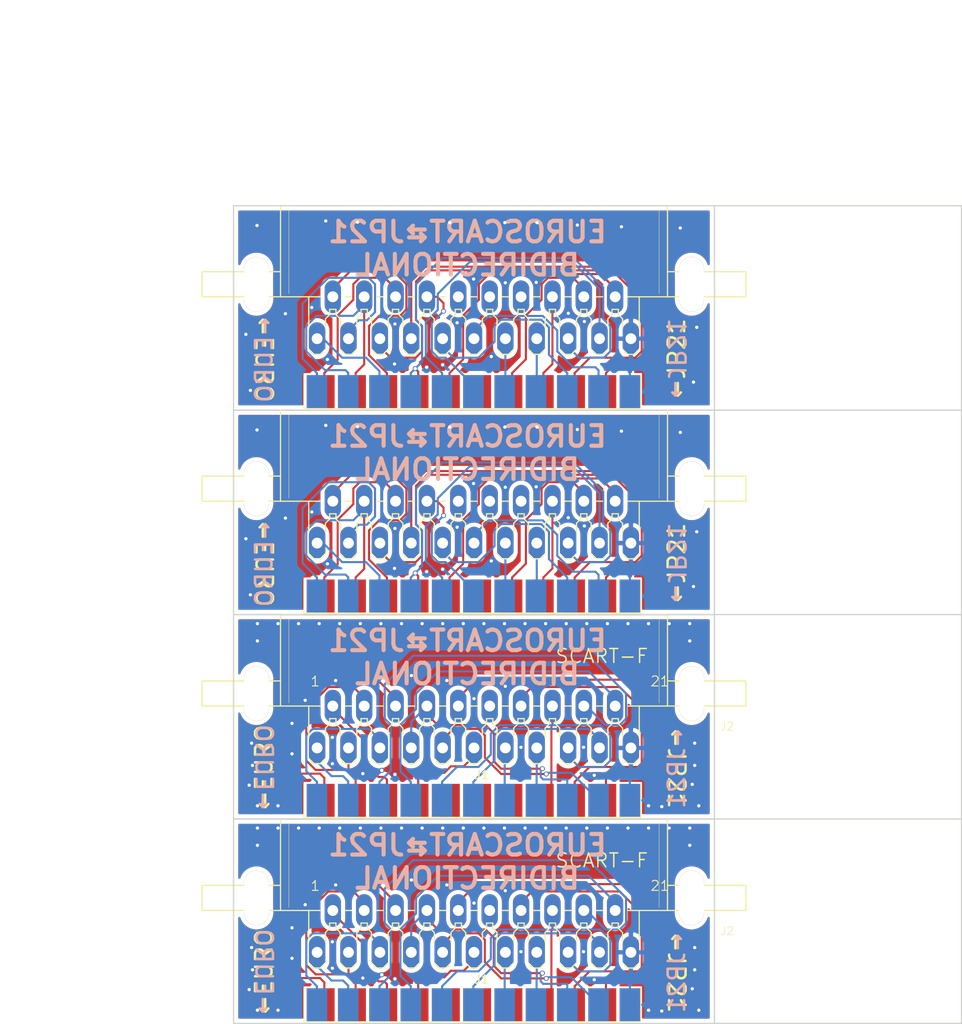
<source format=kicad_pcb>
(kicad_pcb (version 20171130) (host pcbnew "(5.1.0)-1")
  (layers (0 F.Cu signal) (31 B.Cu signal) (34 B.Paste user) (35 F.Paste user) (36 B.SilkS user) (37 F.SilkS user) (38 B.Mask user) (39 F.Mask user) (44 Edge.Cuts user))
  (net 0 "")
  (net 1 "Net-(J1-Pad10)")
  (net 2 "Net-(J1-Pad12)")
  (net 3 "Net-(J1-Pad14)")
  (net 4 GRN)
  (net 5 R_GND)
  (net 6 RED)
  (net 7 BLANK)
  (net 8 S_GND)
  (net 9 BK_GND)
  (net 10 S_OUT)
  (net 11 S_IN)
  (net 12 GND)
  (net 13 RT_OUT)
  (net 14 RT_IN)
  (net 15 L_OUT)
  (net 16 A_GND)
  (net 17 B_GND)
  (net 18 L_IN)
  (net 19 BLU)
  (net 20 5V)
  (net 21 G_GND)
  (net 22 "Net-(J2-Pad12)")
  (module Tinkerplunk:MALE_SCART (layer F.Cu) (at 111.25 141.340501)
    (fp_text reference J1 (at 21.59 -5.08) (layer F.SilkS))
    (fp_text value SCART-F)
    (pad 21 smd rect (at 39.575 -2) (size 2.5 4) (layers B.Cu B.Paste B.Mask) (net 12 GND))
    (pad 19 smd rect (at 35.775 -2) (size 2.5 4) (layers B.Cu B.Paste B.Mask) (net 10 S_OUT))
    (pad 17 smd rect (at 31.975 -2) (size 2.5 4) (layers B.Cu B.Paste B.Mask) (net 8 S_GND))
    (pad 15 smd rect (at 28.175 -2) (size 2.5 4) (layers B.Cu B.Paste B.Mask) (net 6 RED))
    (pad 13 smd rect (at 24.375 -2) (size 2.5 4) (layers B.Cu B.Paste B.Mask) (net 5 R_GND))
    (pad 11 smd rect (at 20.575 -2) (size 2.5 4) (layers B.Cu B.Paste B.Mask) (net 4 GRN))
    (pad 9 smd rect (at 16.775 -2) (size 2.5 4) (layers B.Cu B.Paste B.Mask) (net 21 G_GND))
    (pad 7 smd rect (at 12.975 -2) (size 2.5 4) (layers B.Cu B.Paste B.Mask) (net 19 BLU))
    (pad 5 smd rect (at 9.175 -2) (size 2.5 4) (layers B.Cu B.Paste B.Mask) (net 17 B_GND))
    (pad 3 smd rect (at 5.375 -2) (size 2.5 4) (layers B.Cu B.Paste B.Mask) (net 15 L_OUT))
    (pad 1 smd rect (at 1.575 -2) (size 2.5 4) (layers B.Cu B.Paste B.Mask) (net 13 RT_OUT))
    (pad 20 smd rect (at 36.675 -2) (size 2.5 4) (layers F.Cu F.Paste F.Mask) (net 11 S_IN))
    (pad 18 smd rect (at 32.875 -2) (size 2.5 4) (layers F.Cu F.Paste F.Mask) (net 9 BK_GND))
    (pad 16 smd rect (at 29.075 -2) (size 2.5 4) (layers F.Cu F.Paste F.Mask) (net 7 BLANK))
    (pad 14 smd rect (at 25.275 -2) (size 2.5 4) (layers F.Cu F.Paste F.Mask) (net 3 "Net-(J1-Pad14)"))
    (pad 12 smd rect (at 21.475 -2) (size 2.5 4) (layers F.Cu F.Paste F.Mask) (net 2 "Net-(J1-Pad12)"))
    (pad 10 smd rect (at 17.675 -2) (size 2.5 4) (layers F.Cu F.Paste F.Mask) (net 1 "Net-(J1-Pad10)"))
    (pad 8 smd rect (at 13.875 -2) (size 2.5 4) (layers F.Cu F.Paste F.Mask) (net 20 5V))
    (pad 6 smd rect (at 10.075 -2) (size 2.5 4) (layers F.Cu F.Paste F.Mask) (net 18 L_IN))
    (pad 4 smd rect (at 6.275 -2) (size 2.5 4) (layers F.Cu F.Paste F.Mask) (net 16 A_GND))
    (pad 2 smd rect (at 2.475 -2) (size 2.5 4) (layers F.Cu F.Paste F.Mask) (net 14 RT_IN))
  )
  (module Tinkerplunk:SCART-F-RA (layer F.Cu) (at 131.9 127.9 180)
    (fp_text reference J2 (at -29.845 -3.048 180) (layer F.SilkS) (effects (font (size 0.9652 0.9652) (thickness 0.09652)) (justify left bottom)))
    (fp_text value SCART-F)
    (fp_text user SCART-F (at -9.779 5.08 180) (layer F.SilkS) (effects (font (size 1.6891 1.6891) (thickness 0.1778)) (justify left bottom)))
    (fp_text user 21 (at -21.336 2.286 180) (layer F.SilkS) (effects (font (size 1.2065 1.2065) (thickness 0.127)) (justify left bottom)))
    (fp_text user 1 (at 19.939 2.286 180) (layer F.SilkS) (effects (font (size 1.2065 1.2065) (thickness 0.127)) (justify left bottom)))
    (fp_line (start -24.892 -0.254) (end -24.892 3.302) (layer Edge.Cuts) (width 0.0024))
    (fp_arc (start -26.416 -0.253999) (end -27.94 -0.254) (angle 180) (layer Edge.Cuts) (width 0.05))
    (fp_arc (start -26.416 3.302) (end -27.94 3.302) (angle -180) (layer Edge.Cuts) (width 0.05))
    (fp_line (start -27.94 3.302) (end -27.94 -0.254) (layer Edge.Cuts) (width 0.0024))
    (fp_line (start 27.94 -0.254) (end 27.94 3.302) (layer Edge.Cuts) (width 0.0024))
    (fp_arc (start 26.416 -0.253999) (end 24.892 -0.254) (angle 180) (layer Edge.Cuts) (width 0.05))
    (fp_arc (start 26.416 3.302) (end 24.892 3.302) (angle -180) (layer Edge.Cuts) (width 0.05))
    (fp_line (start 24.892 3.302) (end 24.892 -0.254) (layer Edge.Cuts) (width 0.0024))
    (pad "" np_thru_hole circle (at -26.416 3.302 180) (size 3.0226 3.0226) (drill 3.0226) (layers *.Cu *.Mask))
    (pad "" np_thru_hole circle (at -26.416 -0.254 180) (size 3.0226 3.0226) (drill 3.0226) (layers *.Cu *.Mask))
    (pad "" np_thru_hole circle (at 26.416 3.302 180) (size 3.0226 3.0226) (drill 3.0226) (layers *.Cu *.Mask))
    (pad "" np_thru_hole circle (at 26.416 -0.254 180) (size 3.0226 3.0226) (drill 3.0226) (layers *.Cu *.Mask))
    (pad 21 thru_hole oval (at -19.05 -5.08 270) (size 3.9624 1.9812) (drill 1.3208) (layers *.Cu *.Mask) (net 12 GND))
    (pad 20 thru_hole oval (at -17.145 0 270) (size 3.9624 1.9812) (drill 1.3208) (layers *.Cu *.Mask) (net 19 BLU))
    (pad 19 thru_hole oval (at -15.24 -5.08 270) (size 3.9624 1.9812) (drill 1.3208) (layers *.Cu *.Mask) (net 4 GRN))
    (pad 18 thru_hole oval (at -13.335 0 270) (size 3.9624 1.9812) (drill 1.3208) (layers *.Cu *.Mask) (net 17 B_GND))
    (pad 17 thru_hole oval (at -11.43 -5.08 270) (size 3.9624 1.9812) (drill 1.3208) (layers *.Cu *.Mask) (net 21 G_GND))
    (pad 16 thru_hole oval (at -9.525 0 270) (size 3.9624 1.9812) (drill 1.3208) (layers *.Cu *.Mask) (net 7 BLANK))
    (pad 15 thru_hole oval (at -7.62 -5.08 270) (size 3.9624 1.9812) (drill 1.3208) (layers *.Cu *.Mask) (net 6 RED))
    (pad 14 thru_hole oval (at -5.715 0 270) (size 3.9624 1.9812) (drill 1.3208) (layers *.Cu *.Mask) (net 9 BK_GND))
    (pad 13 thru_hole oval (at -3.81 -5.08 270) (size 3.9624 1.9812) (drill 1.3208) (layers *.Cu *.Mask) (net 5 R_GND))
    (pad 12 thru_hole oval (at -1.905 0 270) (size 3.9624 1.9812) (drill 1.3208) (layers *.Cu *.Mask) (net 22 "Net-(J2-Pad12)"))
    (pad 11 thru_hole oval (at 0 -5.08 270) (size 3.9624 1.9812) (drill 1.3208) (layers *.Cu *.Mask) (net 20 5V))
    (pad 10 thru_hole oval (at 1.905 0 270) (size 3.9624 1.9812) (drill 1.3208) (layers *.Cu *.Mask) (net 11 S_IN))
    (pad 9 thru_hole oval (at 3.81 -5.08 270) (size 3.9624 1.9812) (drill 1.3208) (layers *.Cu *.Mask) (net 10 S_OUT))
    (pad 8 thru_hole oval (at 5.715 0 270) (size 3.9624 1.9812) (drill 1.3208) (layers *.Cu *.Mask) (net 8 S_GND))
    (pad 7 thru_hole oval (at 7.62 -5.08 270) (size 3.9624 1.9812) (drill 1.3208) (layers *.Cu *.Mask) (net 8 S_GND))
    (pad 6 thru_hole oval (at 9.525 0 270) (size 3.9624 1.9812) (drill 1.3208) (layers *.Cu *.Mask) (net 14 RT_IN))
    (pad 5 thru_hole oval (at 11.43 -5.08 270) (size 3.9624 1.9812) (drill 1.3208) (layers *.Cu *.Mask) (net 13 RT_OUT))
    (pad 4 thru_hole oval (at 13.335 0 270) (size 3.9624 1.9812) (drill 1.3208) (layers *.Cu *.Mask) (net 16 A_GND))
    (pad 3 thru_hole oval (at 15.24 -5.08 270) (size 3.9624 1.9812) (drill 1.3208) (layers *.Cu *.Mask) (net 16 A_GND))
    (pad 2 thru_hole oval (at 17.145 0 270) (size 3.9624 1.9812) (drill 1.3208) (layers *.Cu *.Mask) (net 18 L_IN))
    (pad 1 thru_hole oval (at 19.05 -5.08 270) (size 3.9624 1.9812) (drill 1.3208) (layers *.Cu *.Mask) (net 15 L_OUT))
  )
  (module Tinkerplunk:SCART-F-RA (layer F.Cu) (at 131.9 78.25 180)
    (fp_text reference J1 hide)
    (fp_text value SCART-F)
    (fp_line (start 24.892 3.302) (end 24.892 -0.254) (layer Edge.Cuts) (width 0.0024))
    (fp_arc (start 26.416 3.302) (end 24.892 3.302) (angle -180) (layer Edge.Cuts) (width 0.05))
    (fp_arc (start 26.416 -0.253999) (end 24.892 -0.254) (angle 180) (layer Edge.Cuts) (width 0.05))
    (fp_line (start 27.94 -0.254) (end 27.94 3.302) (layer Edge.Cuts) (width 0.0024))
    (fp_line (start -27.94 3.302) (end -27.94 -0.254) (layer Edge.Cuts) (width 0.0024))
    (fp_arc (start -26.416 3.302) (end -27.94 3.302) (angle -180) (layer Edge.Cuts) (width 0.05))
    (fp_arc (start -26.416 -0.253999) (end -27.94 -0.254) (angle 180) (layer Edge.Cuts) (width 0.05))
    (fp_line (start -24.892 -0.254) (end -24.892 3.302) (layer Edge.Cuts) (width 0.0024))
    (pad 1 thru_hole oval (at 19.05 -5.08 270) (size 3.9624 1.9812) (drill 1.3208) (layers *.Cu *.Mask) (net 13 RT_OUT))
    (pad 2 thru_hole oval (at 17.145 0 270) (size 3.9624 1.9812) (drill 1.3208) (layers *.Cu *.Mask) (net 14 RT_IN))
    (pad 3 thru_hole oval (at 15.24 -5.08 270) (size 3.9624 1.9812) (drill 1.3208) (layers *.Cu *.Mask) (net 15 L_OUT))
    (pad 4 thru_hole oval (at 13.335 0 270) (size 3.9624 1.9812) (drill 1.3208) (layers *.Cu *.Mask) (net 16 A_GND))
    (pad 5 thru_hole oval (at 11.43 -5.08 270) (size 3.9624 1.9812) (drill 1.3208) (layers *.Cu *.Mask) (net 17 B_GND))
    (pad 6 thru_hole oval (at 9.525 0 270) (size 3.9624 1.9812) (drill 1.3208) (layers *.Cu *.Mask) (net 18 L_IN))
    (pad 7 thru_hole oval (at 7.62 -5.08 270) (size 3.9624 1.9812) (drill 1.3208) (layers *.Cu *.Mask) (net 19 BLU))
    (pad 8 thru_hole oval (at 5.715 0 270) (size 3.9624 1.9812) (drill 1.3208) (layers *.Cu *.Mask) (net 20 5V))
    (pad 9 thru_hole oval (at 3.81 -5.08 270) (size 3.9624 1.9812) (drill 1.3208) (layers *.Cu *.Mask) (net 21 G_GND))
    (pad 10 thru_hole oval (at 1.905 0 270) (size 3.9624 1.9812) (drill 1.3208) (layers *.Cu *.Mask) (net 1 "Net-(J1-Pad10)"))
    (pad 11 thru_hole oval (at 0 -5.08 270) (size 3.9624 1.9812) (drill 1.3208) (layers *.Cu *.Mask) (net 4 GRN))
    (pad 12 thru_hole oval (at -1.905 0 270) (size 3.9624 1.9812) (drill 1.3208) (layers *.Cu *.Mask) (net 2 "Net-(J1-Pad12)"))
    (pad 13 thru_hole oval (at -3.81 -5.08 270) (size 3.9624 1.9812) (drill 1.3208) (layers *.Cu *.Mask) (net 5 R_GND))
    (pad 14 thru_hole oval (at -5.715 0 270) (size 3.9624 1.9812) (drill 1.3208) (layers *.Cu *.Mask) (net 3 "Net-(J1-Pad14)"))
    (pad 15 thru_hole oval (at -7.62 -5.08 270) (size 3.9624 1.9812) (drill 1.3208) (layers *.Cu *.Mask) (net 6 RED))
    (pad 16 thru_hole oval (at -9.525 0 270) (size 3.9624 1.9812) (drill 1.3208) (layers *.Cu *.Mask) (net 7 BLANK))
    (pad 17 thru_hole oval (at -11.43 -5.08 270) (size 3.9624 1.9812) (drill 1.3208) (layers *.Cu *.Mask) (net 8 S_GND))
    (pad 18 thru_hole oval (at -13.335 0 270) (size 3.9624 1.9812) (drill 1.3208) (layers *.Cu *.Mask) (net 9 BK_GND))
    (pad 19 thru_hole oval (at -15.24 -5.08 270) (size 3.9624 1.9812) (drill 1.3208) (layers *.Cu *.Mask) (net 10 S_OUT))
    (pad 20 thru_hole oval (at -17.145 0 270) (size 3.9624 1.9812) (drill 1.3208) (layers *.Cu *.Mask) (net 11 S_IN))
    (pad 21 thru_hole oval (at -19.05 -5.08 270) (size 3.9624 1.9812) (drill 1.3208) (layers *.Cu *.Mask) (net 12 GND))
    (pad "" np_thru_hole circle (at 26.416 -0.254 180) (size 3.0226 3.0226) (drill 3.0226) (layers *.Cu *.Mask))
    (pad "" np_thru_hole circle (at 26.416 3.302 180) (size 3.0226 3.0226) (drill 3.0226) (layers *.Cu *.Mask))
    (pad "" np_thru_hole circle (at -26.416 -0.254 180) (size 3.0226 3.0226) (drill 3.0226) (layers *.Cu *.Mask))
    (pad "" np_thru_hole circle (at -26.416 3.302 180) (size 3.0226 3.0226) (drill 3.0226) (layers *.Cu *.Mask))
  )
  (module Tinkerplunk:MALE_SCART (layer F.Cu) (at 111.25 91.75)
    (fp_text reference J2 hide)
    (fp_text value SCART-F)
    (pad 2 smd rect (at 2.475 -2) (size 2.5 4) (layers F.Cu F.Paste F.Mask) (net 18 L_IN))
    (pad 4 smd rect (at 6.275 -2) (size 2.5 4) (layers F.Cu F.Paste F.Mask) (net 16 A_GND))
    (pad 6 smd rect (at 10.075 -2) (size 2.5 4) (layers F.Cu F.Paste F.Mask) (net 14 RT_IN))
    (pad 8 smd rect (at 13.875 -2) (size 2.5 4) (layers F.Cu F.Paste F.Mask) (net 8 S_GND))
    (pad 10 smd rect (at 17.675 -2) (size 2.5 4) (layers F.Cu F.Paste F.Mask) (net 11 S_IN))
    (pad 12 smd rect (at 21.475 -2) (size 2.5 4) (layers F.Cu F.Paste F.Mask) (net 22 "Net-(J2-Pad12)"))
    (pad 14 smd rect (at 25.275 -2) (size 2.5 4) (layers F.Cu F.Paste F.Mask) (net 9 BK_GND))
    (pad 16 smd rect (at 29.075 -2) (size 2.5 4) (layers F.Cu F.Paste F.Mask) (net 7 BLANK))
    (pad 18 smd rect (at 32.875 -2) (size 2.5 4) (layers F.Cu F.Paste F.Mask) (net 17 B_GND))
    (pad 20 smd rect (at 36.675 -2) (size 2.5 4) (layers F.Cu F.Paste F.Mask) (net 19 BLU))
    (pad 1 smd rect (at 1.575 -2) (size 2.5 4) (layers B.Cu B.Paste B.Mask) (net 15 L_OUT))
    (pad 3 smd rect (at 5.375 -2) (size 2.5 4) (layers B.Cu B.Paste B.Mask) (net 16 A_GND))
    (pad 5 smd rect (at 9.175 -2) (size 2.5 4) (layers B.Cu B.Paste B.Mask) (net 13 RT_OUT))
    (pad 7 smd rect (at 12.975 -2) (size 2.5 4) (layers B.Cu B.Paste B.Mask) (net 8 S_GND))
    (pad 9 smd rect (at 16.775 -2) (size 2.5 4) (layers B.Cu B.Paste B.Mask) (net 10 S_OUT))
    (pad 11 smd rect (at 20.575 -2) (size 2.5 4) (layers B.Cu B.Paste B.Mask) (net 20 5V))
    (pad 13 smd rect (at 24.375 -2) (size 2.5 4) (layers B.Cu B.Paste B.Mask) (net 5 R_GND))
    (pad 15 smd rect (at 28.175 -2) (size 2.5 4) (layers B.Cu B.Paste B.Mask) (net 6 RED))
    (pad 17 smd rect (at 31.975 -2) (size 2.5 4) (layers B.Cu B.Paste B.Mask) (net 21 G_GND))
    (pad 19 smd rect (at 35.775 -2) (size 2.5 4) (layers B.Cu B.Paste B.Mask) (net 4 GRN))
    (pad 21 smd rect (at 39.575 -2) (size 2.5 4) (layers B.Cu B.Paste B.Mask) (net 12 GND))
  )
  (module Tinkerplunk:SCART-F-RA (layer F.Cu) (at 131.9 103.05 180)
    (fp_text reference J1 hide)
    (fp_text value SCART-F)
    (fp_line (start -24.892 -0.254) (end -24.892 3.302) (layer Edge.Cuts) (width 0.0024))
    (fp_arc (start -26.416 -0.253999) (end -27.94 -0.254) (angle 180) (layer Edge.Cuts) (width 0.05))
    (fp_arc (start -26.416 3.302) (end -27.94 3.302) (angle -180) (layer Edge.Cuts) (width 0.05))
    (fp_line (start -27.94 3.302) (end -27.94 -0.254) (layer Edge.Cuts) (width 0.0024))
    (fp_line (start 27.94 -0.254) (end 27.94 3.302) (layer Edge.Cuts) (width 0.0024))
    (fp_arc (start 26.416 -0.253999) (end 24.892 -0.254) (angle 180) (layer Edge.Cuts) (width 0.05))
    (fp_arc (start 26.416 3.302) (end 24.892 3.302) (angle -180) (layer Edge.Cuts) (width 0.05))
    (fp_line (start 24.892 3.302) (end 24.892 -0.254) (layer Edge.Cuts) (width 0.0024))
    (pad "" np_thru_hole circle (at -26.416 3.302 180) (size 3.0226 3.0226) (drill 3.0226) (layers *.Cu *.Mask))
    (pad "" np_thru_hole circle (at -26.416 -0.254 180) (size 3.0226 3.0226) (drill 3.0226) (layers *.Cu *.Mask))
    (pad "" np_thru_hole circle (at 26.416 3.302 180) (size 3.0226 3.0226) (drill 3.0226) (layers *.Cu *.Mask))
    (pad "" np_thru_hole circle (at 26.416 -0.254 180) (size 3.0226 3.0226) (drill 3.0226) (layers *.Cu *.Mask))
    (pad 21 thru_hole oval (at -19.05 -5.08 270) (size 3.9624 1.9812) (drill 1.3208) (layers *.Cu *.Mask) (net 12 GND))
    (pad 20 thru_hole oval (at -17.145 0 270) (size 3.9624 1.9812) (drill 1.3208) (layers *.Cu *.Mask) (net 11 S_IN))
    (pad 19 thru_hole oval (at -15.24 -5.08 270) (size 3.9624 1.9812) (drill 1.3208) (layers *.Cu *.Mask) (net 10 S_OUT))
    (pad 18 thru_hole oval (at -13.335 0 270) (size 3.9624 1.9812) (drill 1.3208) (layers *.Cu *.Mask) (net 9 BK_GND))
    (pad 17 thru_hole oval (at -11.43 -5.08 270) (size 3.9624 1.9812) (drill 1.3208) (layers *.Cu *.Mask) (net 8 S_GND))
    (pad 16 thru_hole oval (at -9.525 0 270) (size 3.9624 1.9812) (drill 1.3208) (layers *.Cu *.Mask) (net 7 BLANK))
    (pad 15 thru_hole oval (at -7.62 -5.08 270) (size 3.9624 1.9812) (drill 1.3208) (layers *.Cu *.Mask) (net 6 RED))
    (pad 14 thru_hole oval (at -5.715 0 270) (size 3.9624 1.9812) (drill 1.3208) (layers *.Cu *.Mask) (net 3 "Net-(J1-Pad14)"))
    (pad 13 thru_hole oval (at -3.81 -5.08 270) (size 3.9624 1.9812) (drill 1.3208) (layers *.Cu *.Mask) (net 5 R_GND))
    (pad 12 thru_hole oval (at -1.905 0 270) (size 3.9624 1.9812) (drill 1.3208) (layers *.Cu *.Mask) (net 2 "Net-(J1-Pad12)"))
    (pad 11 thru_hole oval (at 0 -5.08 270) (size 3.9624 1.9812) (drill 1.3208) (layers *.Cu *.Mask) (net 4 GRN))
    (pad 10 thru_hole oval (at 1.905 0 270) (size 3.9624 1.9812) (drill 1.3208) (layers *.Cu *.Mask) (net 1 "Net-(J1-Pad10)"))
    (pad 9 thru_hole oval (at 3.81 -5.08 270) (size 3.9624 1.9812) (drill 1.3208) (layers *.Cu *.Mask) (net 21 G_GND))
    (pad 8 thru_hole oval (at 5.715 0 270) (size 3.9624 1.9812) (drill 1.3208) (layers *.Cu *.Mask) (net 20 5V))
    (pad 7 thru_hole oval (at 7.62 -5.08 270) (size 3.9624 1.9812) (drill 1.3208) (layers *.Cu *.Mask) (net 19 BLU))
    (pad 6 thru_hole oval (at 9.525 0 270) (size 3.9624 1.9812) (drill 1.3208) (layers *.Cu *.Mask) (net 18 L_IN))
    (pad 5 thru_hole oval (at 11.43 -5.08 270) (size 3.9624 1.9812) (drill 1.3208) (layers *.Cu *.Mask) (net 17 B_GND))
    (pad 4 thru_hole oval (at 13.335 0 270) (size 3.9624 1.9812) (drill 1.3208) (layers *.Cu *.Mask) (net 16 A_GND))
    (pad 3 thru_hole oval (at 15.24 -5.08 270) (size 3.9624 1.9812) (drill 1.3208) (layers *.Cu *.Mask) (net 15 L_OUT))
    (pad 2 thru_hole oval (at 17.145 0 270) (size 3.9624 1.9812) (drill 1.3208) (layers *.Cu *.Mask) (net 14 RT_IN))
    (pad 1 thru_hole oval (at 19.05 -5.08 270) (size 3.9624 1.9812) (drill 1.3208) (layers *.Cu *.Mask) (net 13 RT_OUT))
  )
  (module Tinkerplunk:MALE_SCART (layer F.Cu) (at 111.25 116.55)
    (fp_text reference J2 hide)
    (fp_text value SCART-F)
    (pad 21 smd rect (at 39.575 -2) (size 2.5 4) (layers B.Cu B.Paste B.Mask) (net 12 GND))
    (pad 19 smd rect (at 35.775 -2) (size 2.5 4) (layers B.Cu B.Paste B.Mask) (net 4 GRN))
    (pad 17 smd rect (at 31.975 -2) (size 2.5 4) (layers B.Cu B.Paste B.Mask) (net 21 G_GND))
    (pad 15 smd rect (at 28.175 -2) (size 2.5 4) (layers B.Cu B.Paste B.Mask) (net 6 RED))
    (pad 13 smd rect (at 24.375 -2) (size 2.5 4) (layers B.Cu B.Paste B.Mask) (net 5 R_GND))
    (pad 11 smd rect (at 20.575 -2) (size 2.5 4) (layers B.Cu B.Paste B.Mask) (net 20 5V))
    (pad 9 smd rect (at 16.775 -2) (size 2.5 4) (layers B.Cu B.Paste B.Mask) (net 10 S_OUT))
    (pad 7 smd rect (at 12.975 -2) (size 2.5 4) (layers B.Cu B.Paste B.Mask) (net 8 S_GND))
    (pad 5 smd rect (at 9.175 -2) (size 2.5 4) (layers B.Cu B.Paste B.Mask) (net 13 RT_OUT))
    (pad 3 smd rect (at 5.375 -2) (size 2.5 4) (layers B.Cu B.Paste B.Mask) (net 16 A_GND))
    (pad 1 smd rect (at 1.575 -2) (size 2.5 4) (layers B.Cu B.Paste B.Mask) (net 15 L_OUT))
    (pad 20 smd rect (at 36.675 -2) (size 2.5 4) (layers F.Cu F.Paste F.Mask) (net 19 BLU))
    (pad 18 smd rect (at 32.875 -2) (size 2.5 4) (layers F.Cu F.Paste F.Mask) (net 17 B_GND))
    (pad 16 smd rect (at 29.075 -2) (size 2.5 4) (layers F.Cu F.Paste F.Mask) (net 7 BLANK))
    (pad 14 smd rect (at 25.275 -2) (size 2.5 4) (layers F.Cu F.Paste F.Mask) (net 9 BK_GND))
    (pad 12 smd rect (at 21.475 -2) (size 2.5 4) (layers F.Cu F.Paste F.Mask) (net 22 "Net-(J2-Pad12)"))
    (pad 10 smd rect (at 17.675 -2) (size 2.5 4) (layers F.Cu F.Paste F.Mask) (net 11 S_IN))
    (pad 8 smd rect (at 13.875 -2) (size 2.5 4) (layers F.Cu F.Paste F.Mask) (net 8 S_GND))
    (pad 6 smd rect (at 10.075 -2) (size 2.5 4) (layers F.Cu F.Paste F.Mask) (net 14 RT_IN))
    (pad 4 smd rect (at 6.275 -2) (size 2.5 4) (layers F.Cu F.Paste F.Mask) (net 16 A_GND))
    (pad 2 smd rect (at 2.475 -2) (size 2.5 4) (layers F.Cu F.Paste F.Mask) (net 18 L_IN))
  )
  (module Tinkerplunk:MALE_SCART (layer F.Cu) (at 111.25 166.140501)
    (fp_text reference J1 (at 21.59 -5.08) (layer F.SilkS))
    (fp_text value SCART-F)
    (pad 2 smd rect (at 2.475 -2) (size 2.5 4) (layers F.Cu F.Paste F.Mask) (net 14 RT_IN))
    (pad 4 smd rect (at 6.275 -2) (size 2.5 4) (layers F.Cu F.Paste F.Mask) (net 16 A_GND))
    (pad 6 smd rect (at 10.075 -2) (size 2.5 4) (layers F.Cu F.Paste F.Mask) (net 18 L_IN))
    (pad 8 smd rect (at 13.875 -2) (size 2.5 4) (layers F.Cu F.Paste F.Mask) (net 20 5V))
    (pad 10 smd rect (at 17.675 -2) (size 2.5 4) (layers F.Cu F.Paste F.Mask) (net 1 "Net-(J1-Pad10)"))
    (pad 12 smd rect (at 21.475 -2) (size 2.5 4) (layers F.Cu F.Paste F.Mask) (net 2 "Net-(J1-Pad12)"))
    (pad 14 smd rect (at 25.275 -2) (size 2.5 4) (layers F.Cu F.Paste F.Mask) (net 3 "Net-(J1-Pad14)"))
    (pad 16 smd rect (at 29.075 -2) (size 2.5 4) (layers F.Cu F.Paste F.Mask) (net 7 BLANK))
    (pad 18 smd rect (at 32.875 -2) (size 2.5 4) (layers F.Cu F.Paste F.Mask) (net 9 BK_GND))
    (pad 20 smd rect (at 36.675 -2) (size 2.5 4) (layers F.Cu F.Paste F.Mask) (net 11 S_IN))
    (pad 1 smd rect (at 1.575 -2) (size 2.5 4) (layers B.Cu B.Paste B.Mask) (net 13 RT_OUT))
    (pad 3 smd rect (at 5.375 -2) (size 2.5 4) (layers B.Cu B.Paste B.Mask) (net 15 L_OUT))
    (pad 5 smd rect (at 9.175 -2) (size 2.5 4) (layers B.Cu B.Paste B.Mask) (net 17 B_GND))
    (pad 7 smd rect (at 12.975 -2) (size 2.5 4) (layers B.Cu B.Paste B.Mask) (net 19 BLU))
    (pad 9 smd rect (at 16.775 -2) (size 2.5 4) (layers B.Cu B.Paste B.Mask) (net 21 G_GND))
    (pad 11 smd rect (at 20.575 -2) (size 2.5 4) (layers B.Cu B.Paste B.Mask) (net 4 GRN))
    (pad 13 smd rect (at 24.375 -2) (size 2.5 4) (layers B.Cu B.Paste B.Mask) (net 5 R_GND))
    (pad 15 smd rect (at 28.175 -2) (size 2.5 4) (layers B.Cu B.Paste B.Mask) (net 6 RED))
    (pad 17 smd rect (at 31.975 -2) (size 2.5 4) (layers B.Cu B.Paste B.Mask) (net 8 S_GND))
    (pad 19 smd rect (at 35.775 -2) (size 2.5 4) (layers B.Cu B.Paste B.Mask) (net 10 S_OUT))
    (pad 21 smd rect (at 39.575 -2) (size 2.5 4) (layers B.Cu B.Paste B.Mask) (net 12 GND))
  )
  (module Tinkerplunk:SCART-F-RA (layer F.Cu) (at 131.9 152.7 180)
    (fp_text reference J2 (at -29.845 -3.048 180) (layer F.SilkS) (effects (font (size 0.9652 0.9652) (thickness 0.09652)) (justify left bottom)))
    (fp_text value SCART-F)
    (fp_line (start 24.892 3.302) (end 24.892 -0.254) (layer Edge.Cuts) (width 0.0024))
    (fp_arc (start 26.416 3.302) (end 24.892 3.302) (angle -180) (layer Edge.Cuts) (width 0.05))
    (fp_arc (start 26.416 -0.253999) (end 24.892 -0.254) (angle 180) (layer Edge.Cuts) (width 0.05))
    (fp_line (start 27.94 -0.254) (end 27.94 3.302) (layer Edge.Cuts) (width 0.0024))
    (fp_line (start -27.94 3.302) (end -27.94 -0.254) (layer Edge.Cuts) (width 0.0024))
    (fp_arc (start -26.416 3.302) (end -27.94 3.302) (angle -180) (layer Edge.Cuts) (width 0.05))
    (fp_arc (start -26.416 -0.253999) (end -27.94 -0.254) (angle 180) (layer Edge.Cuts) (width 0.05))
    (fp_line (start -24.892 -0.254) (end -24.892 3.302) (layer Edge.Cuts) (width 0.0024))
    (fp_text user 1 (at 19.939 2.286 180) (layer F.SilkS) (effects (font (size 1.2065 1.2065) (thickness 0.127)) (justify left bottom)))
    (fp_text user 21 (at -21.336 2.286 180) (layer F.SilkS) (effects (font (size 1.2065 1.2065) (thickness 0.127)) (justify left bottom)))
    (fp_text user SCART-F (at -9.779 5.08 180) (layer F.SilkS) (effects (font (size 1.6891 1.6891) (thickness 0.1778)) (justify left bottom)))
    (pad 1 thru_hole oval (at 19.05 -5.08 270) (size 3.9624 1.9812) (drill 1.3208) (layers *.Cu *.Mask) (net 15 L_OUT))
    (pad 2 thru_hole oval (at 17.145 0 270) (size 3.9624 1.9812) (drill 1.3208) (layers *.Cu *.Mask) (net 18 L_IN))
    (pad 3 thru_hole oval (at 15.24 -5.08 270) (size 3.9624 1.9812) (drill 1.3208) (layers *.Cu *.Mask) (net 16 A_GND))
    (pad 4 thru_hole oval (at 13.335 0 270) (size 3.9624 1.9812) (drill 1.3208) (layers *.Cu *.Mask) (net 16 A_GND))
    (pad 5 thru_hole oval (at 11.43 -5.08 270) (size 3.9624 1.9812) (drill 1.3208) (layers *.Cu *.Mask) (net 13 RT_OUT))
    (pad 6 thru_hole oval (at 9.525 0 270) (size 3.9624 1.9812) (drill 1.3208) (layers *.Cu *.Mask) (net 14 RT_IN))
    (pad 7 thru_hole oval (at 7.62 -5.08 270) (size 3.9624 1.9812) (drill 1.3208) (layers *.Cu *.Mask) (net 8 S_GND))
    (pad 8 thru_hole oval (at 5.715 0 270) (size 3.9624 1.9812) (drill 1.3208) (layers *.Cu *.Mask) (net 8 S_GND))
    (pad 9 thru_hole oval (at 3.81 -5.08 270) (size 3.9624 1.9812) (drill 1.3208) (layers *.Cu *.Mask) (net 10 S_OUT))
    (pad 10 thru_hole oval (at 1.905 0 270) (size 3.9624 1.9812) (drill 1.3208) (layers *.Cu *.Mask) (net 11 S_IN))
    (pad 11 thru_hole oval (at 0 -5.08 270) (size 3.9624 1.9812) (drill 1.3208) (layers *.Cu *.Mask) (net 20 5V))
    (pad 12 thru_hole oval (at -1.905 0 270) (size 3.9624 1.9812) (drill 1.3208) (layers *.Cu *.Mask) (net 22 "Net-(J2-Pad12)"))
    (pad 13 thru_hole oval (at -3.81 -5.08 270) (size 3.9624 1.9812) (drill 1.3208) (layers *.Cu *.Mask) (net 5 R_GND))
    (pad 14 thru_hole oval (at -5.715 0 270) (size 3.9624 1.9812) (drill 1.3208) (layers *.Cu *.Mask) (net 9 BK_GND))
    (pad 15 thru_hole oval (at -7.62 -5.08 270) (size 3.9624 1.9812) (drill 1.3208) (layers *.Cu *.Mask) (net 6 RED))
    (pad 16 thru_hole oval (at -9.525 0 270) (size 3.9624 1.9812) (drill 1.3208) (layers *.Cu *.Mask) (net 7 BLANK))
    (pad 17 thru_hole oval (at -11.43 -5.08 270) (size 3.9624 1.9812) (drill 1.3208) (layers *.Cu *.Mask) (net 21 G_GND))
    (pad 18 thru_hole oval (at -13.335 0 270) (size 3.9624 1.9812) (drill 1.3208) (layers *.Cu *.Mask) (net 17 B_GND))
    (pad 19 thru_hole oval (at -15.24 -5.08 270) (size 3.9624 1.9812) (drill 1.3208) (layers *.Cu *.Mask) (net 4 GRN))
    (pad 20 thru_hole oval (at -17.145 0 270) (size 3.9624 1.9812) (drill 1.3208) (layers *.Cu *.Mask) (net 19 BLU))
    (pad 21 thru_hole oval (at -19.05 -5.08 270) (size 3.9624 1.9812) (drill 1.3208) (layers *.Cu *.Mask) (net 12 GND))
    (pad "" np_thru_hole circle (at 26.416 -0.254 180) (size 3.0226 3.0226) (drill 3.0226) (layers *.Cu *.Mask))
    (pad "" np_thru_hole circle (at 26.416 3.302 180) (size 3.0226 3.0226) (drill 3.0226) (layers *.Cu *.Mask))
    (pad "" np_thru_hole circle (at -26.416 -0.254 180) (size 3.0226 3.0226) (drill 3.0226) (layers *.Cu *.Mask))
    (pad "" np_thru_hole circle (at -26.416 3.302 180) (size 3.0226 3.0226) (drill 3.0226) (layers *.Cu *.Mask))
  )
  (gr_line (start 161.1 92) (end 191.1 92) (layer Edge.Cuts) (width 0.15))
  (gr_line (start 161.1 116.8) (end 191.1 116.8) (layer Edge.Cuts) (width 0.15))
  (gr_line (start 161.1 141.6) (end 191.1 141.6) (layer Edge.Cuts) (width 0.15))
  (gr_line (start 191.1 166.4) (end 161.1 166.4) (layer Edge.Cuts) (width 0.15))
  (gr_line (start 191.1 67.2) (end 191.1 166.4) (layer Edge.Cuts) (width 0.15))
  (gr_line (start 161.1 67.2) (end 191.1 67.2) (layer Edge.Cuts) (width 0.15))
  (gr_text ←EURO (at 106.4 135.4 270) (layer B.SilkS) (effects (font (size 2 2) (thickness 0.3)) (justify mirror)))
  (gr_text ←EURO (at 106.4 135.4 90) (layer F.SilkS) (effects (font (size 2 2) (thickness 0.3))))
  (gr_text ←JP21 (at 156.5 135.4 90) (layer B.SilkS) (effects (font (size 2 2) (thickness 0.3)) (justify mirror)))
  (gr_text ←JP21 (at 156.5 135.4 270) (layer F.SilkS) (effects (font (size 2 2) (thickness 0.3))))
  (gr_text "EUROSCART⇄JP21\nBIDIRECTIONAL" (at 131.1 122) (layer B.SilkS) (effects (font (size 2.5 2.5) (thickness 0.5)) (justify mirror)))
  (gr_line (start 102.7 116.8) (end 102.7 141.6) (layer Edge.Cuts) (width 0.15))
  (gr_line (start 102.7 141.6) (end 161.1 141.6) (layer Edge.Cuts) (width 0.15))
  (gr_line (start 161.1 141.6) (end 161.1 116.8) (layer Edge.Cuts) (width 0.15))
  (gr_line (start 161.1 116.8) (end 102.7 116.8) (layer Edge.Cuts) (width 0.15))
  (gr_line (start 102.7 67.2) (end 102.7 92) (layer Edge.Cuts) (width 0.15))
  (gr_line (start 102.7 92) (end 161.1 92) (layer Edge.Cuts) (width 0.15))
  (gr_text ←EURO (at 106.4 85.8 90) (layer B.SilkS) (effects (font (size 2 2) (thickness 0.3)) (justify mirror)))
  (gr_text ←JP21 (at 156.5 85.8 90) (layer F.SilkS) (effects (font (size 2 2) (thickness 0.3))))
  (gr_text ←EURO (at 106.4 85.8 270) (layer F.SilkS) (effects (font (size 2 2) (thickness 0.3))))
  (gr_text ←JP21 (at 156.5 85.8 270) (layer B.SilkS) (effects (font (size 2 2) (thickness 0.3)) (justify mirror)))
  (gr_text "EUROSCART⇄JP21\nBIDIRECTIONAL" (at 131.1 72.4) (layer B.SilkS) (effects (font (size 2.5 2.5) (thickness 0.5)) (justify mirror)))
  (gr_line (start 161.1 92) (end 161.1 67.2) (layer Edge.Cuts) (width 0.15))
  (gr_line (start 161.1 67.2) (end 102.7 67.2) (layer Edge.Cuts) (width 0.15))
  (gr_text "EUROSCART⇄JP21\nBIDIRECTIONAL" (at 131.1 97.2) (layer B.SilkS) (effects (font (size 2.5 2.5) (thickness 0.5)) (justify mirror)))
  (gr_text ←EURO (at 106.4 110.6 90) (layer B.SilkS) (effects (font (size 2 2) (thickness 0.3)) (justify mirror)))
  (gr_text ←JP21 (at 156.5 110.6 270) (layer B.SilkS) (effects (font (size 2 2) (thickness 0.3)) (justify mirror)))
  (gr_text ←JP21 (at 156.5 110.6 90) (layer F.SilkS) (effects (font (size 2 2) (thickness 0.3))))
  (gr_text ←EURO (at 106.4 110.6 270) (layer F.SilkS) (effects (font (size 2 2) (thickness 0.3))))
  (gr_line (start 161.1 92) (end 102.7 92) (layer Edge.Cuts) (width 0.15))
  (gr_line (start 161.1 116.8) (end 161.1 92) (layer Edge.Cuts) (width 0.15))
  (gr_line (start 102.7 116.8) (end 161.1 116.8) (layer Edge.Cuts) (width 0.15))
  (gr_line (start 102.7 92) (end 102.7 116.8) (layer Edge.Cuts) (width 0.15))
  (gr_text "EUROSCART⇄JP21\nBIDIRECTIONAL" (at 131.1 146.8) (layer B.SilkS) (effects (font (size 2.5 2.5) (thickness 0.5)) (justify mirror)))
  (gr_text ←EURO (at 106.4 160.2 270) (layer B.SilkS) (effects (font (size 2 2) (thickness 0.3)) (justify mirror)))
  (gr_text ←JP21 (at 156.5 160.2 90) (layer B.SilkS) (effects (font (size 2 2) (thickness 0.3)) (justify mirror)))
  (gr_text ←JP21 (at 156.5 160.2 270) (layer F.SilkS) (effects (font (size 2 2) (thickness 0.3))))
  (gr_text ←EURO (at 106.4 160.2 90) (layer F.SilkS) (effects (font (size 2 2) (thickness 0.3))))
  (gr_line (start 161.1 141.6) (end 102.7 141.6) (layer Edge.Cuts) (width 0.15))
  (gr_line (start 161.1 166.4) (end 161.1 141.6) (layer Edge.Cuts) (width 0.15))
  (gr_line (start 102.7 166.4) (end 161.1 166.4) (layer Edge.Cuts) (width 0.15))
  (gr_line (start 102.7 141.6) (end 102.7 166.4) (layer Edge.Cuts) (width 0.15))
  (segment (start 146.65 111.6) (end 147.025 111.975) (width 0.25) (layer B.Cu) (net 4))
  (segment (start 143.948847 111.6) (end 146.65 111.6) (width 0.25) (layer B.Cu) (net 4))
  (segment (start 131.9 107.1394) (end 133.66562 105.37378) (width 0.25) (layer B.Cu) (net 4))
  (segment (start 131.9 108.13) (end 131.9 107.1394) (width 0.25) (layer B.Cu) (net 4))
  (segment (start 147.025 111.975) (end 147.025 114.55) (width 0.25) (layer B.Cu) (net 4))
  (segment (start 133.66562 105.37378) (end 140.251344 105.373781) (width 0.25) (layer B.Cu) (net 4))
  (segment (start 140.251344 105.373781) (end 142.01439 107.136827) (width 0.25) (layer B.Cu) (net 4))
  (segment (start 142.01439 107.136827) (end 142.01439 109.665543) (width 0.25) (layer B.Cu) (net 4))
  (segment (start 142.01439 109.665543) (end 143.948847 111.6) (width 0.25) (layer B.Cu) (net 4))
  (segment (start 147.14 156.7894) (end 147.14 157.78) (width 0.25) (layer B.Cu) (net 4))
  (segment (start 145.82439 155.47379) (end 147.14 156.7894) (width 0.25) (layer B.Cu) (net 4))
  (segment (start 135.165057 155.47379) (end 145.82439 155.47379) (width 0.25) (layer B.Cu) (net 4))
  (segment (start 134.39439 156.244457) (end 135.165057 155.47379) (width 0.25) (layer B.Cu) (net 4))
  (segment (start 134.39439 159.321111) (end 134.39439 156.244457) (width 0.25) (layer B.Cu) (net 4))
  (segment (start 131.825 161.890501) (end 134.39439 159.321111) (width 0.25) (layer B.Cu) (net 4))
  (segment (start 131.825 164.140501) (end 131.825 161.890501) (width 0.25) (layer B.Cu) (net 4))
  (segment (start 142.01439 84.865543) (end 143.948847 86.8) (width 0.25) (layer B.Cu) (net 4))
  (segment (start 147.025 87.175) (end 147.025 89.75) (width 0.25) (layer B.Cu) (net 4))
  (segment (start 133.66562 80.57378) (end 140.251344 80.573781) (width 0.25) (layer B.Cu) (net 4))
  (segment (start 140.251344 80.573781) (end 142.01439 82.336827) (width 0.25) (layer B.Cu) (net 4))
  (segment (start 142.01439 82.336827) (end 142.01439 84.865543) (width 0.25) (layer B.Cu) (net 4))
  (segment (start 131.9 82.3394) (end 133.66562 80.57378) (width 0.25) (layer B.Cu) (net 4))
  (segment (start 131.9 83.33) (end 131.9 82.3394) (width 0.25) (layer B.Cu) (net 4))
  (segment (start 143.948847 86.8) (end 146.65 86.8) (width 0.25) (layer B.Cu) (net 4))
  (segment (start 146.65 86.8) (end 147.025 87.175) (width 0.25) (layer B.Cu) (net 4))
  (segment (start 134.39439 131.444457) (end 135.165057 130.67379) (width 0.25) (layer B.Cu) (net 4))
  (segment (start 147.14 131.9894) (end 147.14 132.98) (width 0.25) (layer B.Cu) (net 4))
  (segment (start 134.39439 134.521111) (end 134.39439 131.444457) (width 0.25) (layer B.Cu) (net 4))
  (segment (start 145.82439 130.67379) (end 147.14 131.9894) (width 0.25) (layer B.Cu) (net 4))
  (segment (start 135.165057 130.67379) (end 145.82439 130.67379) (width 0.25) (layer B.Cu) (net 4))
  (segment (start 131.825 139.340501) (end 131.825 137.090501) (width 0.25) (layer B.Cu) (net 4))
  (segment (start 131.825 137.090501) (end 134.39439 134.521111) (width 0.25) (layer B.Cu) (net 4))
  (segment (start 135.71 114.465) (end 135.625 114.55) (width 0.25) (layer B.Cu) (net 5))
  (segment (start 135.71 108.13) (end 135.71 114.465) (width 0.25) (layer B.Cu) (net 5))
  (segment (start 135.625 157.865) (end 135.71 157.78) (width 0.25) (layer B.Cu) (net 5))
  (segment (start 135.625 164.140501) (end 135.625 157.865) (width 0.25) (layer B.Cu) (net 5))
  (segment (start 135.71 83.33) (end 135.71 89.665) (width 0.25) (layer B.Cu) (net 5))
  (segment (start 135.71 89.665) (end 135.625 89.75) (width 0.25) (layer B.Cu) (net 5))
  (segment (start 135.625 133.065) (end 135.71 132.98) (width 0.25) (layer B.Cu) (net 5))
  (segment (start 135.625 139.340501) (end 135.625 133.065) (width 0.25) (layer B.Cu) (net 5))
  (segment (start 139.52 114.455) (end 139.425 114.55) (width 0.25) (layer B.Cu) (net 6))
  (segment (start 139.52 108.13) (end 139.52 114.455) (width 0.25) (layer B.Cu) (net 6))
  (segment (start 139.52 160.88) (end 139.52 157.78) (width 0.25) (layer B.Cu) (net 6))
  (segment (start 139.5 160.9) (end 139.52 160.88) (width 0.25) (layer B.Cu) (net 6))
  (segment (start 139.5 163.315501) (end 139.5 160.9) (width 0.25) (layer B.Cu) (net 6))
  (segment (start 139.425 164.140501) (end 139.425 163.390501) (width 0.25) (layer B.Cu) (net 6))
  (segment (start 139.425 163.390501) (end 139.5 163.315501) (width 0.25) (layer B.Cu) (net 6))
  (segment (start 139.52 89.655) (end 139.425 89.75) (width 0.25) (layer B.Cu) (net 6))
  (segment (start 139.52 83.33) (end 139.52 89.655) (width 0.25) (layer B.Cu) (net 6))
  (segment (start 139.425 138.590501) (end 139.5 138.515501) (width 0.25) (layer B.Cu) (net 6))
  (segment (start 139.5 136.1) (end 139.52 136.08) (width 0.25) (layer B.Cu) (net 6))
  (segment (start 139.52 136.08) (end 139.52 132.98) (width 0.25) (layer B.Cu) (net 6))
  (segment (start 139.5 138.515501) (end 139.5 136.1) (width 0.25) (layer B.Cu) (net 6))
  (segment (start 139.425 139.340501) (end 139.425 138.590501) (width 0.25) (layer B.Cu) (net 6))
  (segment (start 141.425 105.2812) (end 141.425 103.05) (width 0.25) (layer F.Cu) (net 7))
  (segment (start 141.425 111.2) (end 141.425 105.2812) (width 0.25) (layer F.Cu) (net 7))
  (segment (start 140.325 112.3) (end 141.425 111.2) (width 0.25) (layer F.Cu) (net 7))
  (segment (start 140.325 114.55) (end 140.325 112.3) (width 0.25) (layer F.Cu) (net 7))
  (segment (start 141.425 154.9312) (end 141.425 152.7) (width 0.25) (layer F.Cu) (net 7))
  (segment (start 141.3 155.0562) (end 141.425 154.9312) (width 0.25) (layer F.Cu) (net 7))
  (segment (start 141.3 162.415501) (end 141.3 155.0562) (width 0.25) (layer F.Cu) (net 7))
  (segment (start 140.325 164.140501) (end 140.325 163.390501) (width 0.25) (layer F.Cu) (net 7))
  (segment (start 140.325 163.390501) (end 141.3 162.415501) (width 0.25) (layer F.Cu) (net 7))
  (segment (start 141.425 86.4) (end 141.425 80.4812) (width 0.25) (layer F.Cu) (net 7))
  (segment (start 141.425 80.4812) (end 141.425 78.25) (width 0.25) (layer F.Cu) (net 7))
  (segment (start 140.325 87.5) (end 141.425 86.4) (width 0.25) (layer F.Cu) (net 7))
  (segment (start 140.325 89.75) (end 140.325 87.5) (width 0.25) (layer F.Cu) (net 7))
  (segment (start 141.425 130.1312) (end 141.425 127.9) (width 0.25) (layer F.Cu) (net 7))
  (segment (start 141.3 137.615501) (end 141.3 130.2562) (width 0.25) (layer F.Cu) (net 7))
  (segment (start 141.3 130.2562) (end 141.425 130.1312) (width 0.25) (layer F.Cu) (net 7))
  (segment (start 140.325 139.340501) (end 140.325 138.590501) (width 0.25) (layer F.Cu) (net 7))
  (segment (start 140.325 138.590501) (end 141.3 137.615501) (width 0.25) (layer F.Cu) (net 7))
  (segment (start 124.225 112.3) (end 124.225 114.55) (width 0.25) (layer B.Cu) (net 8))
  (segment (start 125.59561 106.594457) (end 125.59561 110.92939) (width 0.25) (layer B.Cu) (net 8))
  (segment (start 124.86939 105.868237) (end 125.59561 106.594457) (width 0.25) (layer B.Cu) (net 8))
  (segment (start 124.86939 101.514457) (end 124.86939 105.868237) (width 0.25) (layer B.Cu) (net 8))
  (segment (start 147.59001 105.728857) (end 147.59001 101.917447) (width 0.25) (layer B.Cu) (net 8))
  (segment (start 148.45561 106.594457) (end 147.59001 105.728857) (width 0.25) (layer B.Cu) (net 8))
  (segment (start 147.59001 101.917447) (end 144.022553 98.34999) (width 0.25) (layer B.Cu) (net 8))
  (segment (start 147.684943 110.43621) (end 148.45561 109.665543) (width 0.25) (layer B.Cu) (net 8))
  (segment (start 144.022553 98.34999) (end 128.033857 98.34999) (width 0.25) (layer B.Cu) (net 8))
  (segment (start 144.64561 110.43621) (end 147.684943 110.43621) (width 0.25) (layer B.Cu) (net 8))
  (segment (start 128.033857 98.34999) (end 124.86939 101.514457) (width 0.25) (layer B.Cu) (net 8))
  (segment (start 143.33 109.1206) (end 144.64561 110.43621) (width 0.25) (layer B.Cu) (net 8))
  (segment (start 148.45561 109.665543) (end 148.45561 106.594457) (width 0.25) (layer B.Cu) (net 8))
  (segment (start 143.33 108.13) (end 143.33 109.1206) (width 0.25) (layer B.Cu) (net 8))
  (via (at 124.7625 111.7625) (size 0.6) (drill 0.4) (layers F.Cu B.Cu) (net 8))
  (segment (start 125.125 112.125) (end 124.7625 111.7625) (width 0.25) (layer F.Cu) (net 8))
  (segment (start 125.125 114.55) (end 125.125 112.125) (width 0.25) (layer F.Cu) (net 8))
  (segment (start 125.59561 110.92939) (end 124.7625 111.7625) (width 0.25) (layer B.Cu) (net 8))
  (segment (start 124.7625 111.7625) (end 124.225 112.3) (width 0.25) (layer B.Cu) (net 8))
  (segment (start 124.28 154.605) (end 126.185 152.7) (width 0.25) (layer B.Cu) (net 8))
  (segment (start 124.28 157.78) (end 124.28 154.605) (width 0.25) (layer B.Cu) (net 8))
  (via (at 140.2 160.3) (size 0.6) (drill 0.4) (layers F.Cu B.Cu) (net 8))
  (segment (start 127.50061 155.00621) (end 133.30621 155.00621) (width 0.25) (layer F.Cu) (net 8))
  (segment (start 134.3 159.4) (end 135.2 160.3) (width 0.25) (layer F.Cu) (net 8))
  (segment (start 126.185 153.6906) (end 127.50061 155.00621) (width 0.25) (layer F.Cu) (net 8))
  (segment (start 135.2 160.3) (end 139.775736 160.3) (width 0.25) (layer F.Cu) (net 8))
  (segment (start 139.775736 160.3) (end 140.2 160.3) (width 0.25) (layer F.Cu) (net 8))
  (segment (start 134.3 156) (end 134.3 159.4) (width 0.25) (layer F.Cu) (net 8))
  (segment (start 133.30621 155.00621) (end 134.3 156) (width 0.25) (layer F.Cu) (net 8))
  (segment (start 126.185 152.7) (end 126.185 153.6906) (width 0.25) (layer F.Cu) (net 8))
  (segment (start 140 160.5) (end 140.2 160.3) (width 0.25) (layer B.Cu) (net 8))
  (segment (start 140 161.3) (end 140 160.5) (width 0.25) (layer B.Cu) (net 8))
  (segment (start 140.3 161.6) (end 140 161.3) (width 0.25) (layer B.Cu) (net 8))
  (segment (start 143.2 161.6) (end 140.3 161.6) (width 0.25) (layer B.Cu) (net 8))
  (segment (start 143.225 164.140501) (end 143.225 161.625) (width 0.25) (layer B.Cu) (net 8))
  (segment (start 143.225 161.625) (end 143.2 161.6) (width 0.25) (layer B.Cu) (net 8))
  (via (at 124.7625 86.9625) (size 0.6) (drill 0.4) (layers F.Cu B.Cu) (net 8))
  (segment (start 144.022553 73.54999) (end 128.033857 73.54999) (width 0.25) (layer B.Cu) (net 8))
  (segment (start 143.33 83.33) (end 143.33 84.3206) (width 0.25) (layer B.Cu) (net 8))
  (segment (start 124.7625 86.9625) (end 124.225 87.5) (width 0.25) (layer B.Cu) (net 8))
  (segment (start 125.59561 86.12939) (end 124.7625 86.9625) (width 0.25) (layer B.Cu) (net 8))
  (segment (start 143.33 84.3206) (end 144.64561 85.63621) (width 0.25) (layer B.Cu) (net 8))
  (segment (start 124.86939 76.714457) (end 124.86939 81.068237) (width 0.25) (layer B.Cu) (net 8))
  (segment (start 125.59561 81.794457) (end 125.59561 86.12939) (width 0.25) (layer B.Cu) (net 8))
  (segment (start 128.033857 73.54999) (end 124.86939 76.714457) (width 0.25) (layer B.Cu) (net 8))
  (segment (start 147.59001 80.928857) (end 147.59001 77.117447) (width 0.25) (layer B.Cu) (net 8))
  (segment (start 148.45561 81.794457) (end 147.59001 80.928857) (width 0.25) (layer B.Cu) (net 8))
  (segment (start 148.45561 84.865543) (end 148.45561 81.794457) (width 0.25) (layer B.Cu) (net 8))
  (segment (start 125.125 87.325) (end 124.7625 86.9625) (width 0.25) (layer F.Cu) (net 8))
  (segment (start 124.225 87.5) (end 124.225 89.75) (width 0.25) (layer B.Cu) (net 8))
  (segment (start 124.86939 81.068237) (end 125.59561 81.794457) (width 0.25) (layer B.Cu) (net 8))
  (segment (start 144.64561 85.63621) (end 147.684943 85.63621) (width 0.25) (layer B.Cu) (net 8))
  (segment (start 125.125 89.75) (end 125.125 87.325) (width 0.25) (layer F.Cu) (net 8))
  (segment (start 147.59001 77.117447) (end 144.022553 73.54999) (width 0.25) (layer B.Cu) (net 8))
  (segment (start 147.684943 85.63621) (end 148.45561 84.865543) (width 0.25) (layer B.Cu) (net 8))
  (segment (start 124.28 129.805) (end 126.185 127.9) (width 0.25) (layer B.Cu) (net 8))
  (segment (start 126.185 128.8906) (end 127.50061 130.20621) (width 0.25) (layer F.Cu) (net 8))
  (segment (start 124.28 132.98) (end 124.28 129.805) (width 0.25) (layer B.Cu) (net 8))
  (segment (start 135.2 135.5) (end 139.775736 135.5) (width 0.25) (layer F.Cu) (net 8))
  (segment (start 139.775736 135.5) (end 140.2 135.5) (width 0.25) (layer F.Cu) (net 8))
  (segment (start 140 136.5) (end 140 135.7) (width 0.25) (layer B.Cu) (net 8))
  (segment (start 140.3 136.8) (end 140 136.5) (width 0.25) (layer B.Cu) (net 8))
  (segment (start 143.225 136.825) (end 143.2 136.8) (width 0.25) (layer B.Cu) (net 8))
  (segment (start 127.50061 130.20621) (end 133.30621 130.20621) (width 0.25) (layer F.Cu) (net 8))
  (segment (start 126.185 127.9) (end 126.185 128.8906) (width 0.25) (layer F.Cu) (net 8))
  (segment (start 134.3 131.2) (end 134.3 134.6) (width 0.25) (layer F.Cu) (net 8))
  (segment (start 140 135.7) (end 140.2 135.5) (width 0.25) (layer B.Cu) (net 8))
  (segment (start 134.3 134.6) (end 135.2 135.5) (width 0.25) (layer F.Cu) (net 8))
  (segment (start 143.2 136.8) (end 140.3 136.8) (width 0.25) (layer B.Cu) (net 8))
  (segment (start 143.225 139.340501) (end 143.225 136.825) (width 0.25) (layer B.Cu) (net 8))
  (segment (start 133.30621 130.20621) (end 134.3 131.2) (width 0.25) (layer F.Cu) (net 8))
  (via (at 140.2 135.5) (size 0.6) (drill 0.4) (layers F.Cu B.Cu) (net 8))
  (segment (start 140.880057 100.74379) (end 143.91939 100.74379) (width 0.25) (layer F.Cu) (net 9))
  (segment (start 140.10939 101.514457) (end 140.880057 100.74379) (width 0.25) (layer F.Cu) (net 9))
  (segment (start 140.10939 103.406763) (end 140.10939 101.514457) (width 0.25) (layer F.Cu) (net 9))
  (segment (start 145.235 102.0594) (end 145.235 103.05) (width 0.25) (layer F.Cu) (net 9))
  (segment (start 138.20439 105.311763) (end 140.10939 103.406763) (width 0.25) (layer F.Cu) (net 9))
  (segment (start 143.91939 100.74379) (end 145.235 102.0594) (width 0.25) (layer F.Cu) (net 9))
  (segment (start 138.20439 110.62061) (end 138.20439 105.311763) (width 0.25) (layer F.Cu) (net 9))
  (segment (start 136.525 112.3) (end 138.20439 110.62061) (width 0.25) (layer F.Cu) (net 9))
  (segment (start 136.525 114.55) (end 136.525 112.3) (width 0.25) (layer F.Cu) (net 9))
  (segment (start 137.615 151.7094) (end 137.615 152.7) (width 0.25) (layer F.Cu) (net 9))
  (segment (start 138.93061 150.39379) (end 137.615 151.7094) (width 0.25) (layer F.Cu) (net 9))
  (segment (start 149.589943 150.39379) (end 138.93061 150.39379) (width 0.25) (layer F.Cu) (net 9))
  (segment (start 152.26561 153.069457) (end 149.589943 150.39379) (width 0.25) (layer F.Cu) (net 9))
  (segment (start 152.26561 159.63439) (end 152.26561 153.069457) (width 0.25) (layer F.Cu) (net 9))
  (segment (start 145.929291 160.08621) (end 151.81379 160.08621) (width 0.25) (layer F.Cu) (net 9))
  (segment (start 144.125 161.890501) (end 145.929291 160.08621) (width 0.25) (layer F.Cu) (net 9))
  (segment (start 151.81379 160.08621) (end 152.26561 159.63439) (width 0.25) (layer F.Cu) (net 9))
  (segment (start 144.125 164.140501) (end 144.125 161.890501) (width 0.25) (layer F.Cu) (net 9))
  (segment (start 140.880057 75.94379) (end 143.91939 75.94379) (width 0.25) (layer F.Cu) (net 9))
  (segment (start 140.10939 76.714457) (end 140.880057 75.94379) (width 0.25) (layer F.Cu) (net 9))
  (segment (start 140.10939 78.606763) (end 140.10939 76.714457) (width 0.25) (layer F.Cu) (net 9))
  (segment (start 145.235 77.2594) (end 145.235 78.25) (width 0.25) (layer F.Cu) (net 9))
  (segment (start 138.20439 80.511763) (end 140.10939 78.606763) (width 0.25) (layer F.Cu) (net 9))
  (segment (start 143.91939 75.94379) (end 145.235 77.2594) (width 0.25) (layer F.Cu) (net 9))
  (segment (start 136.525 87.5) (end 138.20439 85.82061) (width 0.25) (layer F.Cu) (net 9))
  (segment (start 136.525 89.75) (end 136.525 87.5) (width 0.25) (layer F.Cu) (net 9))
  (segment (start 138.20439 85.82061) (end 138.20439 80.511763) (width 0.25) (layer F.Cu) (net 9))
  (segment (start 137.615 126.9094) (end 137.615 127.9) (width 0.25) (layer F.Cu) (net 9))
  (segment (start 138.93061 125.59379) (end 137.615 126.9094) (width 0.25) (layer F.Cu) (net 9))
  (segment (start 149.589943 125.59379) (end 138.93061 125.59379) (width 0.25) (layer F.Cu) (net 9))
  (segment (start 152.26561 134.83439) (end 152.26561 128.269457) (width 0.25) (layer F.Cu) (net 9))
  (segment (start 145.929291 135.28621) (end 151.81379 135.28621) (width 0.25) (layer F.Cu) (net 9))
  (segment (start 152.26561 128.269457) (end 149.589943 125.59379) (width 0.25) (layer F.Cu) (net 9))
  (segment (start 151.81379 135.28621) (end 152.26561 134.83439) (width 0.25) (layer F.Cu) (net 9))
  (segment (start 144.125 139.340501) (end 144.125 137.090501) (width 0.25) (layer F.Cu) (net 9))
  (segment (start 144.125 137.090501) (end 145.929291 135.28621) (width 0.25) (layer F.Cu) (net 9))
  (segment (start 126.05 110.325) (end 128.025 112.3) (width 0.25) (layer B.Cu) (net 10))
  (segment (start 126.05 106.1) (end 126.05 110.325) (width 0.25) (layer B.Cu) (net 10))
  (segment (start 147.14 102.103847) (end 143.836153 98.8) (width 0.25) (layer B.Cu) (net 10))
  (segment (start 147.14 108.13) (end 147.14 102.103847) (width 0.25) (layer B.Cu) (net 10))
  (segment (start 143.836153 98.8) (end 131.393847 98.8) (width 0.25) (layer B.Cu) (net 10))
  (segment (start 131.393847 98.8) (end 127.50061 102.693237) (width 0.25) (layer B.Cu) (net 10))
  (segment (start 128.025 112.3) (end 128.025 114.55) (width 0.25) (layer B.Cu) (net 10))
  (segment (start 127.50061 102.693237) (end 127.50061 104.64939) (width 0.25) (layer B.Cu) (net 10))
  (segment (start 127.50061 104.64939) (end 126.05 106.1) (width 0.25) (layer B.Cu) (net 10))
  (segment (start 147.025 164.140501) (end 147.025 163.390501) (width 0.25) (layer B.Cu) (net 10))
  (segment (start 143.719501 160.8) (end 140.65001 160.8) (width 0.25) (layer B.Cu) (net 10))
  (segment (start 147.025 164.140501) (end 147.025 164.105499) (width 0.25) (layer B.Cu) (net 10))
  (segment (start 147.025 164.105499) (end 143.719501 160.8) (width 0.25) (layer B.Cu) (net 10))
  (via (at 140.675 160.943721) (size 0.6) (drill 0.4) (layers F.Cu B.Cu) (net 10))
  (segment (start 140.65001 160.8) (end 140.65001 160.918731) (width 0.25) (layer B.Cu) (net 10))
  (segment (start 140.65001 160.918731) (end 140.675 160.943721) (width 0.25) (layer B.Cu) (net 10))
  (segment (start 128.09 156.7894) (end 128.09 157.78) (width 0.25) (layer F.Cu) (net 10))
  (segment (start 129.40561 155.47379) (end 128.09 156.7894) (width 0.25) (layer F.Cu) (net 10))
  (segment (start 133.21561 156.244457) (end 132.444943 155.47379) (width 0.25) (layer F.Cu) (net 10))
  (segment (start 133.21561 158.95202) (end 133.21561 156.244457) (width 0.25) (layer F.Cu) (net 10))
  (segment (start 135.207311 160.943721) (end 133.21561 158.95202) (width 0.25) (layer F.Cu) (net 10))
  (segment (start 132.444943 155.47379) (end 129.40561 155.47379) (width 0.25) (layer F.Cu) (net 10))
  (segment (start 140.675 160.943721) (end 135.207311 160.943721) (width 0.25) (layer F.Cu) (net 10))
  (segment (start 126.05 85.525) (end 128.025 87.5) (width 0.25) (layer B.Cu) (net 10))
  (segment (start 126.05 81.3) (end 126.05 85.525) (width 0.25) (layer B.Cu) (net 10))
  (segment (start 147.14 77.303847) (end 143.836153 74) (width 0.25) (layer B.Cu) (net 10))
  (segment (start 128.025 87.5) (end 128.025 89.75) (width 0.25) (layer B.Cu) (net 10))
  (segment (start 147.14 83.33) (end 147.14 77.303847) (width 0.25) (layer B.Cu) (net 10))
  (segment (start 127.50061 77.893237) (end 127.50061 79.84939) (width 0.25) (layer B.Cu) (net 10))
  (segment (start 131.393847 74) (end 127.50061 77.893237) (width 0.25) (layer B.Cu) (net 10))
  (segment (start 127.50061 79.84939) (end 126.05 81.3) (width 0.25) (layer B.Cu) (net 10))
  (segment (start 143.836153 74) (end 131.393847 74) (width 0.25) (layer B.Cu) (net 10))
  (via (at 140.675 136.143721) (size 0.6) (drill 0.4) (layers F.Cu B.Cu) (net 10))
  (segment (start 132.444943 130.67379) (end 129.40561 130.67379) (width 0.25) (layer F.Cu) (net 10))
  (segment (start 140.675 136.143721) (end 135.207311 136.143721) (width 0.25) (layer F.Cu) (net 10))
  (segment (start 133.21561 134.15202) (end 133.21561 131.444457) (width 0.25) (layer F.Cu) (net 10))
  (segment (start 135.207311 136.143721) (end 133.21561 134.15202) (width 0.25) (layer F.Cu) (net 10))
  (segment (start 140.65001 136.118731) (end 140.675 136.143721) (width 0.25) (layer B.Cu) (net 10))
  (segment (start 133.21561 131.444457) (end 132.444943 130.67379) (width 0.25) (layer F.Cu) (net 10))
  (segment (start 147.025 139.305499) (end 143.719501 136) (width 0.25) (layer B.Cu) (net 10))
  (segment (start 147.025 139.340501) (end 147.025 139.305499) (width 0.25) (layer B.Cu) (net 10))
  (segment (start 129.40561 130.67379) (end 128.09 131.9894) (width 0.25) (layer F.Cu) (net 10))
  (segment (start 143.719501 136) (end 140.65001 136) (width 0.25) (layer B.Cu) (net 10))
  (segment (start 147.025 139.340501) (end 147.025 138.590501) (width 0.25) (layer B.Cu) (net 10))
  (segment (start 140.65001 136) (end 140.65001 136.118731) (width 0.25) (layer B.Cu) (net 10))
  (segment (start 128.09 131.9894) (end 128.09 132.98) (width 0.25) (layer F.Cu) (net 10))
  (segment (start 147.27938 100.29378) (end 149.045 102.0594) (width 0.25) (layer F.Cu) (net 11))
  (segment (start 133.710067 100.29378) (end 147.27938 100.29378) (width 0.25) (layer F.Cu) (net 11))
  (segment (start 132.48939 101.514457) (end 133.710067 100.29378) (width 0.25) (layer F.Cu) (net 11))
  (segment (start 132.48939 103.406763) (end 132.48939 101.514457) (width 0.25) (layer F.Cu) (net 11))
  (segment (start 130.58439 105.311763) (end 132.48939 103.406763) (width 0.25) (layer F.Cu) (net 11))
  (segment (start 130.58439 110.64061) (end 130.58439 105.311763) (width 0.25) (layer F.Cu) (net 11))
  (segment (start 149.045 102.0594) (end 149.045 103.05) (width 0.25) (layer F.Cu) (net 11))
  (segment (start 128.925 112.3) (end 130.58439 110.64061) (width 0.25) (layer F.Cu) (net 11))
  (segment (start 128.925 114.55) (end 128.925 112.3) (width 0.25) (layer F.Cu) (net 11))
  (segment (start 148.1 161) (end 147.925 161.175) (width 0.25) (layer F.Cu) (net 11))
  (segment (start 147.925 161.175) (end 147.925 164.140501) (width 0.25) (layer F.Cu) (net 11))
  (segment (start 151.7 161) (end 148.1 161) (width 0.25) (layer F.Cu) (net 11))
  (segment (start 129.995 151.7094) (end 132.2044 149.5) (width 0.25) (layer F.Cu) (net 11))
  (segment (start 129.995 152.7) (end 129.995 151.7094) (width 0.25) (layer F.Cu) (net 11))
  (segment (start 132.2044 149.5) (end 150.2 149.5) (width 0.25) (layer F.Cu) (net 11))
  (segment (start 150.2 149.5) (end 153.2 152.5) (width 0.25) (layer F.Cu) (net 11))
  (segment (start 153.2 152.5) (end 153.2 159.5) (width 0.25) (layer F.Cu) (net 11))
  (segment (start 153.2 159.5) (end 151.7 161) (width 0.25) (layer F.Cu) (net 11))
  (segment (start 130.58439 80.511763) (end 132.48939 78.606763) (width 0.25) (layer F.Cu) (net 11))
  (segment (start 133.710067 75.49378) (end 147.27938 75.49378) (width 0.25) (layer F.Cu) (net 11))
  (segment (start 149.045 77.2594) (end 149.045 78.25) (width 0.25) (layer F.Cu) (net 11))
  (segment (start 147.27938 75.49378) (end 149.045 77.2594) (width 0.25) (layer F.Cu) (net 11))
  (segment (start 128.925 89.75) (end 128.925 87.5) (width 0.25) (layer F.Cu) (net 11))
  (segment (start 132.48939 76.714457) (end 133.710067 75.49378) (width 0.25) (layer F.Cu) (net 11))
  (segment (start 128.925 87.5) (end 130.58439 85.84061) (width 0.25) (layer F.Cu) (net 11))
  (segment (start 132.48939 78.606763) (end 132.48939 76.714457) (width 0.25) (layer F.Cu) (net 11))
  (segment (start 130.58439 85.84061) (end 130.58439 80.511763) (width 0.25) (layer F.Cu) (net 11))
  (segment (start 153.2 134.7) (end 151.7 136.2) (width 0.25) (layer F.Cu) (net 11))
  (segment (start 153.2 127.7) (end 153.2 134.7) (width 0.25) (layer F.Cu) (net 11))
  (segment (start 132.2044 124.7) (end 150.2 124.7) (width 0.25) (layer F.Cu) (net 11))
  (segment (start 150.2 124.7) (end 153.2 127.7) (width 0.25) (layer F.Cu) (net 11))
  (segment (start 147.925 136.375) (end 147.925 139.340501) (width 0.25) (layer F.Cu) (net 11))
  (segment (start 148.1 136.2) (end 147.925 136.375) (width 0.25) (layer F.Cu) (net 11))
  (segment (start 151.7 136.2) (end 148.1 136.2) (width 0.25) (layer F.Cu) (net 11))
  (segment (start 129.995 126.9094) (end 132.2044 124.7) (width 0.25) (layer F.Cu) (net 11))
  (segment (start 129.995 127.9) (end 129.995 126.9094) (width 0.25) (layer F.Cu) (net 11))
  (segment (start 150.825 108.255) (end 150.95 108.13) (width 0.25) (layer B.Cu) (net 12))
  (segment (start 150.825 114.55) (end 150.825 108.255) (width 0.25) (layer B.Cu) (net 12))
  (via (at 145.3 106.05) (size 0.6) (drill 0.4) (layers F.Cu B.Cu) (net 12))
  (via (at 143.35 105.05) (size 0.6) (drill 0.4) (layers F.Cu B.Cu) (net 12))
  (via (at 135.7 101.35) (size 0.6) (drill 0.4) (layers F.Cu B.Cu) (net 12))
  (via (at 139.45 101.3) (size 0.6) (drill 0.4) (layers F.Cu B.Cu) (net 12))
  (via (at 131.85 100.9) (size 0.6) (drill 0.4) (layers F.Cu B.Cu) (net 12))
  (via (at 129.85 106.2) (size 0.6) (drill 0.4) (layers F.Cu B.Cu) (net 12))
  (via (at 134 110.3) (size 0.6) (drill 0.4) (layers F.Cu B.Cu) (net 12))
  (via (at 128.1 111.3) (size 0.6) (drill 0.4) (layers F.Cu B.Cu) (net 12))
  (via (at 126.15 111.6) (size 0.6) (drill 0.4) (layers F.Cu B.Cu) (net 12))
  (via (at 122.25 111.2) (size 0.6) (drill 0.4) (layers F.Cu B.Cu) (net 12))
  (via (at 122.3 106.35) (size 0.6) (drill 0.4) (layers F.Cu B.Cu) (net 12))
  (via (at 113.9 93.85) (size 0.6) (drill 0.4) (layers F.Cu B.Cu) (net 12))
  (via (at 117.75 94) (size 0.6) (drill 0.4) (layers F.Cu B.Cu) (net 12))
  (via (at 128.95 94.05) (size 0.6) (drill 0.4) (layers F.Cu B.Cu) (net 12))
  (via (at 135.65 94.05) (size 0.6) (drill 0.4) (layers F.Cu B.Cu) (net 12))
  (via (at 139.55 94.05) (size 0.6) (drill 0.4) (layers F.Cu B.Cu) (net 12))
  (via (at 144.45 94.35) (size 0.6) (drill 0.4) (layers F.Cu B.Cu) (net 12))
  (via (at 149.8 94.55) (size 0.6) (drill 0.4) (layers F.Cu B.Cu) (net 12))
  (via (at 156.95 94.7) (size 0.6) (drill 0.4) (layers F.Cu B.Cu) (net 12))
  (via (at 158.95 106.75) (size 0.6) (drill 0.4) (layers F.Cu B.Cu) (net 12))
  (via (at 158.55 113.4) (size 0.6) (drill 0.4) (layers F.Cu B.Cu) (net 12))
  (via (at 104.75 114.4) (size 0.6) (drill 0.4) (layers F.Cu B.Cu) (net 12))
  (via (at 104.2 107.6) (size 0.6) (drill 0.4) (layers F.Cu B.Cu) (net 12))
  (via (at 109 105.1) (size 0.6) (drill 0.4) (layers F.Cu B.Cu) (net 12))
  (via (at 105.55 94.4) (size 0.6) (drill 0.4) (layers F.Cu B.Cu) (net 12))
  (via (at 114.1 110.65) (size 0.6) (drill 0.4) (layers F.Cu B.Cu) (net 12))
  (via (at 112.2 104.35) (size 0.6) (drill 0.4) (layers F.Cu B.Cu) (net 12))
  (via (at 158.1 142.7) (size 0.6) (drill 0.4) (layers F.Cu B.Cu) (net 12))
  (via (at 155.6 142.7) (size 0.6) (drill 0.4) (layers F.Cu B.Cu) (net 12))
  (via (at 153.1 142.7) (size 0.6) (drill 0.4) (layers F.Cu B.Cu) (net 12))
  (via (at 150.6 142.7) (size 0.6) (drill 0.4) (layers F.Cu B.Cu) (net 12))
  (via (at 148.1 142.7) (size 0.6) (drill 0.4) (layers F.Cu B.Cu) (net 12))
  (via (at 145.6 142.7) (size 0.6) (drill 0.4) (layers F.Cu B.Cu) (net 12))
  (via (at 143.1 142.7) (size 0.6) (drill 0.4) (layers F.Cu B.Cu) (net 12))
  (via (at 140.6 142.7) (size 0.6) (drill 0.4) (layers F.Cu B.Cu) (net 12))
  (via (at 138.1 142.7) (size 0.6) (drill 0.4) (layers F.Cu B.Cu) (net 12))
  (via (at 135.6 142.7) (size 0.6) (drill 0.4) (layers F.Cu B.Cu) (net 12))
  (via (at 133.1 142.7) (size 0.6) (drill 0.4) (layers F.Cu B.Cu) (net 12))
  (via (at 130.6 142.7) (size 0.6) (drill 0.4) (layers F.Cu B.Cu) (net 12))
  (via (at 128.1 142.7) (size 0.6) (drill 0.4) (layers F.Cu B.Cu) (net 12))
  (via (at 125.6 142.7) (size 0.6) (drill 0.4) (layers F.Cu B.Cu) (net 12))
  (via (at 123.1 142.7) (size 0.6) (drill 0.4) (layers F.Cu B.Cu) (net 12))
  (via (at 120.6 142.7) (size 0.6) (drill 0.4) (layers F.Cu B.Cu) (net 12))
  (via (at 118.1 142.7) (size 0.6) (drill 0.4) (layers F.Cu B.Cu) (net 12))
  (via (at 115.6 142.7) (size 0.6) (drill 0.4) (layers F.Cu B.Cu) (net 12))
  (via (at 113.1 142.7) (size 0.6) (drill 0.4) (layers F.Cu B.Cu) (net 12))
  (via (at 110.6 142.7) (size 0.6) (drill 0.4) (layers F.Cu B.Cu) (net 12))
  (via (at 108.1 142.7) (size 0.6) (drill 0.4) (layers F.Cu B.Cu) (net 12))
  (via (at 105.6 142.7) (size 0.6) (drill 0.4) (layers F.Cu B.Cu) (net 12))
  (via (at 153.1 164.8) (size 0.6) (drill 0.4) (layers F.Cu B.Cu) (net 12))
  (via (at 158.1 144.8) (size 0.6) (drill 0.4) (layers F.Cu B.Cu) (net 12))
  (via (at 105.6 144.8) (size 0.6) (drill 0.4) (layers F.Cu B.Cu) (net 12))
  (via (at 105.6 164.8) (size 0.6) (drill 0.4) (layers F.Cu B.Cu) (net 12))
  (via (at 108.1 164.8) (size 0.6) (drill 0.4) (layers F.Cu B.Cu) (net 12))
  (segment (start 150.825 157.905) (end 150.95 157.78) (width 0.25) (layer B.Cu) (net 12))
  (segment (start 150.825 164.140501) (end 150.825 157.905) (width 0.25) (layer B.Cu) (net 12))
  (via (at 109.8 158.5) (size 0.6) (drill 0.4) (layers F.Cu B.Cu) (net 12))
  (via (at 109.8 154.8) (size 0.6) (drill 0.4) (layers F.Cu B.Cu) (net 12))
  (via (at 111.4 152) (size 0.6) (drill 0.4) (layers F.Cu B.Cu) (net 12))
  (via (at 115.1 149.6) (size 0.6) (drill 0.4) (layers F.Cu B.Cu) (net 12))
  (via (at 124.3 149) (size 0.6) (drill 0.4) (layers F.Cu B.Cu) (net 12))
  (via (at 128.6 149.6) (size 0.6) (drill 0.4) (layers F.Cu B.Cu) (net 12))
  (via (at 122.3 161) (size 0.6) (drill 0.4) (layers F.Cu B.Cu) (net 12))
  (via (at 120.7 160.5) (size 0.6) (drill 0.4) (layers F.Cu B.Cu) (net 12))
  (via (at 118.4 160.9) (size 0.6) (drill 0.4) (layers F.Cu B.Cu) (net 12))
  (via (at 114.7 159.7) (size 0.6) (drill 0.4) (layers F.Cu B.Cu) (net 12))
  (via (at 114.7 156.5) (size 0.6) (drill 0.4) (layers F.Cu B.Cu) (net 12))
  (via (at 135.7 150.3) (size 0.6) (drill 0.4) (layers F.Cu B.Cu) (net 12))
  (via (at 131.9 151.8) (size 0.6) (drill 0.4) (layers F.Cu B.Cu) (net 12))
  (via (at 146.5 161.1) (size 0.6) (drill 0.4) (layers F.Cu B.Cu) (net 12))
  (via (at 137.6 157.7) (size 0.6) (drill 0.4) (layers F.Cu B.Cu) (net 12))
  (via (at 145.2 157.7) (size 0.6) (drill 0.4) (layers F.Cu B.Cu) (net 12))
  (via (at 104.9 157.2) (size 0.6) (drill 0.4) (layers F.Cu B.Cu) (net 12))
  (via (at 105 159.9) (size 0.6) (drill 0.4) (layers F.Cu B.Cu) (net 12))
  (via (at 104.6 162.3) (size 0.6) (drill 0.4) (layers F.Cu B.Cu) (net 12))
  (via (at 154.7 164.9) (size 0.6) (drill 0.4) (layers F.Cu B.Cu) (net 12))
  (via (at 158.4 162.2) (size 0.6) (drill 0.4) (layers F.Cu B.Cu) (net 12))
  (via (at 158.7 159.9) (size 0.6) (drill 0.4) (layers F.Cu B.Cu) (net 12))
  (via (at 158.7 157.2) (size 0.6) (drill 0.4) (layers F.Cu B.Cu) (net 12))
  (via (at 159.2 164.799998) (size 0.6) (drill 0.4) (layers F.Cu B.Cu) (net 12))
  (segment (start 150.825 164.140501) (end 158.540503 164.140501) (width 0.25) (layer B.Cu) (net 12))
  (segment (start 158.900001 164.499999) (end 159.2 164.799998) (width 0.25) (layer B.Cu) (net 12))
  (segment (start 158.540503 164.140501) (end 158.900001 164.499999) (width 0.25) (layer B.Cu) (net 12))
  (via (at 158.55 88.6) (size 0.6) (drill 0.4) (layers F.Cu B.Cu) (net 12))
  (via (at 128.1 86.5) (size 0.6) (drill 0.4) (layers F.Cu B.Cu) (net 12))
  (via (at 122.25 86.4) (size 0.6) (drill 0.4) (layers F.Cu B.Cu) (net 12))
  (via (at 139.45 76.5) (size 0.6) (drill 0.4) (layers F.Cu B.Cu) (net 12))
  (via (at 145.3 81.25) (size 0.6) (drill 0.4) (layers F.Cu B.Cu) (net 12))
  (via (at 143.35 80.25) (size 0.6) (drill 0.4) (layers F.Cu B.Cu) (net 12))
  (via (at 129.85 81.4) (size 0.6) (drill 0.4) (layers F.Cu B.Cu) (net 12))
  (via (at 131.85 76.1) (size 0.6) (drill 0.4) (layers F.Cu B.Cu) (net 12))
  (via (at 134 85.5) (size 0.6) (drill 0.4) (layers F.Cu B.Cu) (net 12))
  (via (at 126.15 86.8) (size 0.6) (drill 0.4) (layers F.Cu B.Cu) (net 12))
  (via (at 122.3 81.55) (size 0.6) (drill 0.4) (layers F.Cu B.Cu) (net 12))
  (via (at 113.9 69.05) (size 0.6) (drill 0.4) (layers F.Cu B.Cu) (net 12))
  (via (at 135.65 69.25) (size 0.6) (drill 0.4) (layers F.Cu B.Cu) (net 12))
  (via (at 139.55 69.25) (size 0.6) (drill 0.4) (layers F.Cu B.Cu) (net 12))
  (via (at 144.45 69.55) (size 0.6) (drill 0.4) (layers F.Cu B.Cu) (net 12))
  (via (at 149.8 69.75) (size 0.6) (drill 0.4) (layers F.Cu B.Cu) (net 12))
  (via (at 156.95 69.9) (size 0.6) (drill 0.4) (layers F.Cu B.Cu) (net 12))
  (via (at 104.75 89.6) (size 0.6) (drill 0.4) (layers F.Cu B.Cu) (net 12))
  (via (at 104.2 82.8) (size 0.6) (drill 0.4) (layers F.Cu B.Cu) (net 12))
  (via (at 128.95 69.25) (size 0.6) (drill 0.4) (layers F.Cu B.Cu) (net 12))
  (via (at 117.75 69.2) (size 0.6) (drill 0.4) (layers F.Cu B.Cu) (net 12))
  (via (at 135.7 76.55) (size 0.6) (drill 0.4) (layers F.Cu B.Cu) (net 12))
  (via (at 158.95 81.95) (size 0.6) (drill 0.4) (layers F.Cu B.Cu) (net 12))
  (segment (start 150.825 89.75) (end 150.825 83.455) (width 0.25) (layer B.Cu) (net 12))
  (segment (start 150.825 83.455) (end 150.95 83.33) (width 0.25) (layer B.Cu) (net 12))
  (via (at 105.55 69.6) (size 0.6) (drill 0.4) (layers F.Cu B.Cu) (net 12))
  (via (at 112.2 79.55) (size 0.6) (drill 0.4) (layers F.Cu B.Cu) (net 12))
  (via (at 114.1 85.85) (size 0.6) (drill 0.4) (layers F.Cu B.Cu) (net 12))
  (via (at 109 80.3) (size 0.6) (drill 0.4) (layers F.Cu B.Cu) (net 12))
  (via (at 150.6 117.9) (size 0.6) (drill 0.4) (layers F.Cu B.Cu) (net 12))
  (via (at 148.1 117.9) (size 0.6) (drill 0.4) (layers F.Cu B.Cu) (net 12))
  (via (at 108.1 117.9) (size 0.6) (drill 0.4) (layers F.Cu B.Cu) (net 12))
  (via (at 111.4 127.2) (size 0.6) (drill 0.4) (layers F.Cu B.Cu) (net 12))
  (via (at 131.9 127) (size 0.6) (drill 0.4) (layers F.Cu B.Cu) (net 12))
  (via (at 105 135.1) (size 0.6) (drill 0.4) (layers F.Cu B.Cu) (net 12))
  (via (at 118.4 136.1) (size 0.6) (drill 0.4) (layers F.Cu B.Cu) (net 12))
  (via (at 145.2 132.9) (size 0.6) (drill 0.4) (layers F.Cu B.Cu) (net 12))
  (via (at 104.6 137.5) (size 0.6) (drill 0.4) (layers F.Cu B.Cu) (net 12))
  (via (at 154.7 140.1) (size 0.6) (drill 0.4) (layers F.Cu B.Cu) (net 12))
  (via (at 130.6 117.9) (size 0.6) (drill 0.4) (layers F.Cu B.Cu) (net 12))
  (via (at 105.6 140) (size 0.6) (drill 0.4) (layers F.Cu B.Cu) (net 12))
  (via (at 109.8 130) (size 0.6) (drill 0.4) (layers F.Cu B.Cu) (net 12))
  (via (at 153.1 140) (size 0.6) (drill 0.4) (layers F.Cu B.Cu) (net 12))
  (via (at 137.6 132.9) (size 0.6) (drill 0.4) (layers F.Cu B.Cu) (net 12))
  (via (at 158.4 137.4) (size 0.6) (drill 0.4) (layers F.Cu B.Cu) (net 12))
  (via (at 120.6 117.9) (size 0.6) (drill 0.4) (layers F.Cu B.Cu) (net 12))
  (via (at 158.7 135.1) (size 0.6) (drill 0.4) (layers F.Cu B.Cu) (net 12))
  (via (at 158.7 132.4) (size 0.6) (drill 0.4) (layers F.Cu B.Cu) (net 12))
  (via (at 159.2 139.999998) (size 0.6) (drill 0.4) (layers F.Cu B.Cu) (net 12))
  (via (at 135.7 125.5) (size 0.6) (drill 0.4) (layers F.Cu B.Cu) (net 12))
  (via (at 133.1 117.9) (size 0.6) (drill 0.4) (layers F.Cu B.Cu) (net 12))
  (via (at 146.5 136.3) (size 0.6) (drill 0.4) (layers F.Cu B.Cu) (net 12))
  (via (at 104.9 132.4) (size 0.6) (drill 0.4) (layers F.Cu B.Cu) (net 12))
  (via (at 143.1 117.9) (size 0.6) (drill 0.4) (layers F.Cu B.Cu) (net 12))
  (via (at 110.6 117.9) (size 0.6) (drill 0.4) (layers F.Cu B.Cu) (net 12))
  (via (at 118.1 117.9) (size 0.6) (drill 0.4) (layers F.Cu B.Cu) (net 12))
  (via (at 135.6 117.9) (size 0.6) (drill 0.4) (layers F.Cu B.Cu) (net 12))
  (via (at 125.6 117.9) (size 0.6) (drill 0.4) (layers F.Cu B.Cu) (net 12))
  (via (at 158.1 120) (size 0.6) (drill 0.4) (layers F.Cu B.Cu) (net 12))
  (via (at 109.8 133.7) (size 0.6) (drill 0.4) (layers F.Cu B.Cu) (net 12))
  (via (at 113.1 117.9) (size 0.6) (drill 0.4) (layers F.Cu B.Cu) (net 12))
  (via (at 123.1 117.9) (size 0.6) (drill 0.4) (layers F.Cu B.Cu) (net 12))
  (via (at 128.6 124.8) (size 0.6) (drill 0.4) (layers F.Cu B.Cu) (net 12))
  (via (at 122.3 136.2) (size 0.6) (drill 0.4) (layers F.Cu B.Cu) (net 12))
  (via (at 138.1 117.9) (size 0.6) (drill 0.4) (layers F.Cu B.Cu) (net 12))
  (via (at 128.1 117.9) (size 0.6) (drill 0.4) (layers F.Cu B.Cu) (net 12))
  (via (at 114.7 131.7) (size 0.6) (drill 0.4) (layers F.Cu B.Cu) (net 12))
  (via (at 115.6 117.9) (size 0.6) (drill 0.4) (layers F.Cu B.Cu) (net 12))
  (via (at 105.6 120) (size 0.6) (drill 0.4) (layers F.Cu B.Cu) (net 12))
  (via (at 145.6 117.9) (size 0.6) (drill 0.4) (layers F.Cu B.Cu) (net 12))
  (via (at 140.6 117.9) (size 0.6) (drill 0.4) (layers F.Cu B.Cu) (net 12))
  (via (at 105.6 117.9) (size 0.6) (drill 0.4) (layers F.Cu B.Cu) (net 12))
  (via (at 108.1 140) (size 0.6) (drill 0.4) (layers F.Cu B.Cu) (net 12))
  (via (at 115.1 124.8) (size 0.6) (drill 0.4) (layers F.Cu B.Cu) (net 12))
  (via (at 124.3 124.2) (size 0.6) (drill 0.4) (layers F.Cu B.Cu) (net 12))
  (via (at 120.7 135.7) (size 0.6) (drill 0.4) (layers F.Cu B.Cu) (net 12))
  (via (at 114.7 134.9) (size 0.6) (drill 0.4) (layers F.Cu B.Cu) (net 12))
  (via (at 158.1 117.9) (size 0.6) (drill 0.4) (layers F.Cu B.Cu) (net 12))
  (via (at 153.1 117.9) (size 0.6) (drill 0.4) (layers F.Cu B.Cu) (net 12))
  (via (at 155.6 117.9) (size 0.6) (drill 0.4) (layers F.Cu B.Cu) (net 12))
  (segment (start 158.900001 139.699999) (end 159.2 139.999998) (width 0.25) (layer B.Cu) (net 12))
  (segment (start 158.540503 139.340501) (end 158.900001 139.699999) (width 0.25) (layer B.Cu) (net 12))
  (segment (start 150.825 133.105) (end 150.95 132.98) (width 0.25) (layer B.Cu) (net 12))
  (segment (start 150.825 139.340501) (end 150.825 133.105) (width 0.25) (layer B.Cu) (net 12))
  (segment (start 150.825 139.340501) (end 158.540503 139.340501) (width 0.25) (layer B.Cu) (net 12))
  (segment (start 113.58 108.13) (end 112.85 108.13) (width 0.25) (layer B.Cu) (net 13))
  (segment (start 115.88621 110.43621) (end 113.58 108.13) (width 0.25) (layer B.Cu) (net 13))
  (segment (start 118.78621 110.43621) (end 115.88621 110.43621) (width 0.25) (layer B.Cu) (net 13))
  (segment (start 120.425 114.55) (end 120.425 112.075) (width 0.25) (layer B.Cu) (net 13))
  (segment (start 120.425 112.075) (end 118.78621 110.43621) (width 0.25) (layer B.Cu) (net 13))
  (segment (start 120.47 156.7894) (end 120.47 157.78) (width 0.25) (layer B.Cu) (net 13))
  (segment (start 119.15439 155.47379) (end 120.47 156.7894) (width 0.25) (layer B.Cu) (net 13))
  (segment (start 112.305057 155.47379) (end 119.15439 155.47379) (width 0.25) (layer B.Cu) (net 13))
  (segment (start 111.53439 156.244457) (end 112.305057 155.47379) (width 0.25) (layer B.Cu) (net 13))
  (segment (start 111.53439 160.599891) (end 111.53439 156.244457) (width 0.25) (layer B.Cu) (net 13))
  (segment (start 112.825 161.890501) (end 111.53439 160.599891) (width 0.25) (layer B.Cu) (net 13))
  (segment (start 112.825 164.140501) (end 112.825 161.890501) (width 0.25) (layer B.Cu) (net 13))
  (segment (start 113.58 83.33) (end 112.85 83.33) (width 0.25) (layer B.Cu) (net 13))
  (segment (start 120.425 87.275) (end 118.78621 85.63621) (width 0.25) (layer B.Cu) (net 13))
  (segment (start 120.425 89.75) (end 120.425 87.275) (width 0.25) (layer B.Cu) (net 13))
  (segment (start 115.88621 85.63621) (end 113.58 83.33) (width 0.25) (layer B.Cu) (net 13))
  (segment (start 118.78621 85.63621) (end 115.88621 85.63621) (width 0.25) (layer B.Cu) (net 13))
  (segment (start 120.47 131.9894) (end 120.47 132.98) (width 0.25) (layer B.Cu) (net 13))
  (segment (start 112.305057 130.67379) (end 119.15439 130.67379) (width 0.25) (layer B.Cu) (net 13))
  (segment (start 112.825 137.090501) (end 111.53439 135.799891) (width 0.25) (layer B.Cu) (net 13))
  (segment (start 119.15439 130.67379) (end 120.47 131.9894) (width 0.25) (layer B.Cu) (net 13))
  (segment (start 111.53439 131.444457) (end 112.305057 130.67379) (width 0.25) (layer B.Cu) (net 13))
  (segment (start 111.53439 135.799891) (end 111.53439 131.444457) (width 0.25) (layer B.Cu) (net 13))
  (segment (start 112.825 139.340501) (end 112.825 137.090501) (width 0.25) (layer B.Cu) (net 13))
  (segment (start 123.69061 104.585543) (end 123.69061 101.514457) (width 0.25) (layer F.Cu) (net 14))
  (segment (start 121.325 112.3) (end 119.15439 110.12939) (width 0.25) (layer F.Cu) (net 14))
  (segment (start 121.325 114.55) (end 121.325 112.3) (width 0.25) (layer F.Cu) (net 14))
  (segment (start 119.15439 110.12939) (end 119.15439 106.594457) (width 0.25) (layer F.Cu) (net 14))
  (segment (start 119.15439 106.594457) (end 120.392637 105.35621) (width 0.25) (layer F.Cu) (net 14))
  (segment (start 123.69061 101.514457) (end 121.626153 99.45) (width 0.25) (layer F.Cu) (net 14))
  (segment (start 120.392637 105.35621) (end 122.919943 105.35621) (width 0.25) (layer F.Cu) (net 14))
  (segment (start 122.919943 105.35621) (end 123.69061 104.585543) (width 0.25) (layer F.Cu) (net 14))
  (segment (start 114.755 102.0594) (end 114.755 103.05) (width 0.25) (layer F.Cu) (net 14))
  (segment (start 117.3644 99.45) (end 114.755 102.0594) (width 0.25) (layer F.Cu) (net 14))
  (segment (start 121.626153 99.45) (end 117.3644 99.45) (width 0.25) (layer F.Cu) (net 14))
  (segment (start 122.375 151.7094) (end 119.5656 148.9) (width 0.25) (layer F.Cu) (net 14))
  (segment (start 122.375 152.7) (end 122.375 151.7094) (width 0.25) (layer F.Cu) (net 14))
  (segment (start 119.5656 148.9) (end 113.4 148.9) (width 0.25) (layer F.Cu) (net 14))
  (segment (start 113.4 148.9) (end 109 153.3) (width 0.25) (layer F.Cu) (net 14))
  (segment (start 109 153.3) (end 109 159.2) (width 0.25) (layer F.Cu) (net 14))
  (segment (start 109 159.2) (end 110.7 160.9) (width 0.25) (layer F.Cu) (net 14))
  (segment (start 110.7 160.9) (end 113.2 160.9) (width 0.25) (layer F.Cu) (net 14))
  (segment (start 113.725 161.425) (end 113.725 164.140501) (width 0.25) (layer F.Cu) (net 14))
  (segment (start 113.2 160.9) (end 113.725 161.425) (width 0.25) (layer F.Cu) (net 14))
  (segment (start 123.69061 76.714457) (end 121.626153 74.65) (width 0.25) (layer F.Cu) (net 14))
  (segment (start 119.15439 81.794457) (end 120.392637 80.55621) (width 0.25) (layer F.Cu) (net 14))
  (segment (start 122.919943 80.55621) (end 123.69061 79.785543) (width 0.25) (layer F.Cu) (net 14))
  (segment (start 114.755 77.2594) (end 114.755 78.25) (width 0.25) (layer F.Cu) (net 14))
  (segment (start 117.3644 74.65) (end 114.755 77.2594) (width 0.25) (layer F.Cu) (net 14))
  (segment (start 121.626153 74.65) (end 117.3644 74.65) (width 0.25) (layer F.Cu) (net 14))
  (segment (start 119.15439 85.32939) (end 119.15439 81.794457) (width 0.25) (layer F.Cu) (net 14))
  (segment (start 121.325 89.75) (end 121.325 87.5) (width 0.25) (layer F.Cu) (net 14))
  (segment (start 120.392637 80.55621) (end 122.919943 80.55621) (width 0.25) (layer F.Cu) (net 14))
  (segment (start 121.325 87.5) (end 119.15439 85.32939) (width 0.25) (layer F.Cu) (net 14))
  (segment (start 123.69061 79.785543) (end 123.69061 76.714457) (width 0.25) (layer F.Cu) (net 14))
  (segment (start 109 134.4) (end 110.7 136.1) (width 0.25) (layer F.Cu) (net 14))
  (segment (start 110.7 136.1) (end 113.2 136.1) (width 0.25) (layer F.Cu) (net 14))
  (segment (start 113.725 136.625) (end 113.725 139.340501) (width 0.25) (layer F.Cu) (net 14))
  (segment (start 113.2 136.1) (end 113.725 136.625) (width 0.25) (layer F.Cu) (net 14))
  (segment (start 109 128.5) (end 109 134.4) (width 0.25) (layer F.Cu) (net 14))
  (segment (start 122.375 127.9) (end 122.375 126.9094) (width 0.25) (layer F.Cu) (net 14))
  (segment (start 119.5656 124.1) (end 113.4 124.1) (width 0.25) (layer F.Cu) (net 14))
  (segment (start 113.4 124.1) (end 109 128.5) (width 0.25) (layer F.Cu) (net 14))
  (segment (start 122.375 126.9094) (end 119.5656 124.1) (width 0.25) (layer F.Cu) (net 14))
  (segment (start 116.66 107.1394) (end 116.66 108.13) (width 0.25) (layer B.Cu) (net 15))
  (segment (start 117.9006 105.8988) (end 116.66 107.1394) (width 0.25) (layer B.Cu) (net 15))
  (segment (start 118.8912 105.8988) (end 117.9006 105.8988) (width 0.25) (layer B.Cu) (net 15))
  (segment (start 119.88061 104.90939) (end 118.8912 105.8988) (width 0.25) (layer B.Cu) (net 15))
  (segment (start 119.88061 101.514457) (end 119.88061 104.90939) (width 0.25) (layer B.Cu) (net 15))
  (segment (start 119.109943 100.74379) (end 119.88061 101.514457) (width 0.25) (layer B.Cu) (net 15))
  (segment (start 114.210057 100.74379) (end 119.109943 100.74379) (width 0.25) (layer B.Cu) (net 15))
  (segment (start 111.08438 110.55938) (end 111.08438 103.869467) (width 0.25) (layer B.Cu) (net 15))
  (segment (start 111.08438 103.869467) (end 114.210057 100.74379) (width 0.25) (layer B.Cu) (net 15))
  (segment (start 112.825 112.3) (end 111.08438 110.55938) (width 0.25) (layer B.Cu) (net 15))
  (segment (start 112.825 114.55) (end 112.825 112.3) (width 0.25) (layer B.Cu) (net 15))
  (segment (start 112.85 159.45) (end 112.85 157.78) (width 0.25) (layer B.Cu) (net 15))
  (segment (start 114.6 161.2) (end 112.85 159.45) (width 0.25) (layer B.Cu) (net 15))
  (segment (start 116 161.2) (end 114.6 161.2) (width 0.25) (layer B.Cu) (net 15))
  (segment (start 116.625 164.140501) (end 116.625 161.825) (width 0.25) (layer B.Cu) (net 15))
  (segment (start 116.625 161.825) (end 116 161.2) (width 0.25) (layer B.Cu) (net 15))
  (segment (start 111.08438 79.069467) (end 114.210057 75.94379) (width 0.25) (layer B.Cu) (net 15))
  (segment (start 112.825 87.5) (end 111.08438 85.75938) (width 0.25) (layer B.Cu) (net 15))
  (segment (start 114.210057 75.94379) (end 119.109943 75.94379) (width 0.25) (layer B.Cu) (net 15))
  (segment (start 119.109943 75.94379) (end 119.88061 76.714457) (width 0.25) (layer B.Cu) (net 15))
  (segment (start 119.88061 76.714457) (end 119.88061 80.10939) (width 0.25) (layer B.Cu) (net 15))
  (segment (start 119.88061 80.10939) (end 118.8912 81.0988) (width 0.25) (layer B.Cu) (net 15))
  (segment (start 111.08438 85.75938) (end 111.08438 79.069467) (width 0.25) (layer B.Cu) (net 15))
  (segment (start 112.825 89.75) (end 112.825 87.5) (width 0.25) (layer B.Cu) (net 15))
  (segment (start 117.9006 81.0988) (end 116.66 82.3394) (width 0.25) (layer B.Cu) (net 15))
  (segment (start 118.8912 81.0988) (end 117.9006 81.0988) (width 0.25) (layer B.Cu) (net 15))
  (segment (start 116.66 82.3394) (end 116.66 83.33) (width 0.25) (layer B.Cu) (net 15))
  (segment (start 112.85 134.65) (end 112.85 132.98) (width 0.25) (layer B.Cu) (net 15))
  (segment (start 114.6 136.4) (end 112.85 134.65) (width 0.25) (layer B.Cu) (net 15))
  (segment (start 116 136.4) (end 114.6 136.4) (width 0.25) (layer B.Cu) (net 15))
  (segment (start 116.625 139.340501) (end 116.625 137.025) (width 0.25) (layer B.Cu) (net 15))
  (segment (start 116.625 137.025) (end 116 136.4) (width 0.25) (layer B.Cu) (net 15))
  (segment (start 118.565 105.2812) (end 118.565 103.05) (width 0.25) (layer F.Cu) (net 16))
  (segment (start 118.565 111.26) (end 118.565 105.2812) (width 0.25) (layer F.Cu) (net 16))
  (segment (start 117.525 112.3) (end 118.565 111.26) (width 0.25) (layer F.Cu) (net 16))
  (segment (start 117.525 114.55) (end 117.525 112.3) (width 0.25) (layer F.Cu) (net 16))
  (segment (start 117.24939 105.35621) (end 118.565 104.0406) (width 0.25) (layer B.Cu) (net 16))
  (segment (start 112.772637 105.35621) (end 117.24939 105.35621) (width 0.25) (layer B.Cu) (net 16))
  (segment (start 118.565 104.0406) (end 118.565 103.05) (width 0.25) (layer B.Cu) (net 16))
  (segment (start 116.625 112.275) (end 116.3 111.95) (width 0.25) (layer B.Cu) (net 16))
  (segment (start 116.3 111.95) (end 113.818847 111.95) (width 0.25) (layer B.Cu) (net 16))
  (segment (start 113.818847 111.95) (end 111.53439 109.665543) (width 0.25) (layer B.Cu) (net 16))
  (segment (start 116.625 114.55) (end 116.625 112.275) (width 0.25) (layer B.Cu) (net 16))
  (segment (start 111.53439 109.665543) (end 111.53439 106.594457) (width 0.25) (layer B.Cu) (net 16))
  (segment (start 111.53439 106.594457) (end 112.772637 105.35621) (width 0.25) (layer B.Cu) (net 16))
  (segment (start 112.668837 160.44999) (end 116.54999 160.44999) (width 0.25) (layer F.Cu) (net 16))
  (segment (start 118.565 151.7094) (end 117.24939 150.39379) (width 0.25) (layer F.Cu) (net 16))
  (segment (start 118.565 152.7) (end 118.565 151.7094) (width 0.25) (layer F.Cu) (net 16))
  (segment (start 117.24939 150.39379) (end 114.210057 150.39379) (width 0.25) (layer F.Cu) (net 16))
  (segment (start 114.210057 150.39379) (end 111.53439 153.069457) (width 0.25) (layer F.Cu) (net 16))
  (segment (start 111.53439 153.069457) (end 111.53439 159.315543) (width 0.25) (layer F.Cu) (net 16))
  (segment (start 111.53439 159.315543) (end 112.668837 160.44999) (width 0.25) (layer F.Cu) (net 16))
  (segment (start 117.525 161.425) (end 117.525 164.140501) (width 0.25) (layer F.Cu) (net 16))
  (segment (start 116.54999 160.44999) (end 117.525 161.425) (width 0.25) (layer F.Cu) (net 16))
  (segment (start 116.66 157.78) (end 116.66 158.7706) (width 0.25) (layer F.Cu) (net 16))
  (segment (start 116.66 160.33998) (end 116.66 157.78) (width 0.25) (layer F.Cu) (net 16))
  (segment (start 116.54999 160.44999) (end 116.66 160.33998) (width 0.25) (layer F.Cu) (net 16))
  (segment (start 111.53439 84.865543) (end 111.53439 81.794457) (width 0.25) (layer B.Cu) (net 16))
  (segment (start 111.53439 81.794457) (end 112.772637 80.55621) (width 0.25) (layer B.Cu) (net 16))
  (segment (start 116.625 89.75) (end 116.625 87.475) (width 0.25) (layer B.Cu) (net 16))
  (segment (start 113.818847 87.15) (end 111.53439 84.865543) (width 0.25) (layer B.Cu) (net 16))
  (segment (start 118.565 79.2406) (end 118.565 78.25) (width 0.25) (layer B.Cu) (net 16))
  (segment (start 117.525 87.5) (end 118.565 86.46) (width 0.25) (layer F.Cu) (net 16))
  (segment (start 117.525 89.75) (end 117.525 87.5) (width 0.25) (layer F.Cu) (net 16))
  (segment (start 112.772637 80.55621) (end 117.24939 80.55621) (width 0.25) (layer B.Cu) (net 16))
  (segment (start 118.565 80.4812) (end 118.565 78.25) (width 0.25) (layer F.Cu) (net 16))
  (segment (start 116.625 87.475) (end 116.3 87.15) (width 0.25) (layer B.Cu) (net 16))
  (segment (start 116.3 87.15) (end 113.818847 87.15) (width 0.25) (layer B.Cu) (net 16))
  (segment (start 118.565 86.46) (end 118.565 80.4812) (width 0.25) (layer F.Cu) (net 16))
  (segment (start 117.24939 80.55621) (end 118.565 79.2406) (width 0.25) (layer B.Cu) (net 16))
  (segment (start 118.565 127.9) (end 118.565 126.9094) (width 0.25) (layer F.Cu) (net 16))
  (segment (start 117.24939 125.59379) (end 114.210057 125.59379) (width 0.25) (layer F.Cu) (net 16))
  (segment (start 114.210057 125.59379) (end 111.53439 128.269457) (width 0.25) (layer F.Cu) (net 16))
  (segment (start 111.53439 128.269457) (end 111.53439 134.515543) (width 0.25) (layer F.Cu) (net 16))
  (segment (start 118.565 126.9094) (end 117.24939 125.59379) (width 0.25) (layer F.Cu) (net 16))
  (segment (start 112.668837 135.64999) (end 116.54999 135.64999) (width 0.25) (layer F.Cu) (net 16))
  (segment (start 117.525 136.625) (end 117.525 139.340501) (width 0.25) (layer F.Cu) (net 16))
  (segment (start 116.66 135.53998) (end 116.66 132.98) (width 0.25) (layer F.Cu) (net 16))
  (segment (start 116.54999 135.64999) (end 116.66 135.53998) (width 0.25) (layer F.Cu) (net 16))
  (segment (start 111.53439 134.515543) (end 112.668837 135.64999) (width 0.25) (layer F.Cu) (net 16))
  (segment (start 116.54999 135.64999) (end 117.525 136.625) (width 0.25) (layer F.Cu) (net 16))
  (segment (start 116.66 132.98) (end 116.66 133.9706) (width 0.25) (layer F.Cu) (net 16))
  (segment (start 120.47 109.1206) (end 120.47 108.13) (width 0.25) (layer F.Cu) (net 17))
  (segment (start 121.78561 110.43621) (end 120.47 109.1206) (width 0.25) (layer F.Cu) (net 17))
  (segment (start 125.59561 106.594457) (end 125.59561 109.665543) (width 0.25) (layer F.Cu) (net 17))
  (segment (start 124.86939 105.868237) (end 125.59561 106.594457) (width 0.25) (layer F.Cu) (net 17))
  (segment (start 124.86939 101.18061) (end 124.86939 105.868237) (width 0.25) (layer F.Cu) (net 17))
  (segment (start 126.20623 99.84377) (end 124.86939 101.18061) (width 0.25) (layer F.Cu) (net 17))
  (segment (start 148.689923 99.84377) (end 126.20623 99.84377) (width 0.25) (layer F.Cu) (net 17))
  (segment (start 152.26561 103.419457) (end 148.689923 99.84377) (width 0.25) (layer F.Cu) (net 17))
  (segment (start 152.26561 109.665543) (end 152.26561 103.419457) (width 0.25) (layer F.Cu) (net 17))
  (segment (start 125.59561 109.665543) (end 124.824943 110.43621) (width 0.25) (layer F.Cu) (net 17))
  (segment (start 151.494943 110.43621) (end 152.26561 109.665543) (width 0.25) (layer F.Cu) (net 17))
  (segment (start 124.824943 110.43621) (end 121.78561 110.43621) (width 0.25) (layer F.Cu) (net 17))
  (segment (start 145.98879 110.43621) (end 151.494943 110.43621) (width 0.25) (layer F.Cu) (net 17))
  (segment (start 144.125 112.3) (end 145.98879 110.43621) (width 0.25) (layer F.Cu) (net 17))
  (segment (start 144.125 114.55) (end 144.125 112.3) (width 0.25) (layer F.Cu) (net 17))
  (segment (start 120.425 164.140501) (end 120.425 163.390501) (width 0.25) (layer B.Cu) (net 17))
  (segment (start 147.853773 155.00621) (end 145.547563 152.7) (width 0.25) (layer B.Cu) (net 17))
  (segment (start 150.36061 154.235543) (end 149.589943 155.00621) (width 0.25) (layer B.Cu) (net 17))
  (segment (start 150.36061 151.164457) (end 150.36061 154.235543) (width 0.25) (layer B.Cu) (net 17))
  (segment (start 120.425 161.890501) (end 121.78561 160.529891) (width 0.25) (layer B.Cu) (net 17))
  (segment (start 149.589943 155.00621) (end 147.853773 155.00621) (width 0.25) (layer B.Cu) (net 17))
  (segment (start 120.425 164.140501) (end 120.425 161.890501) (width 0.25) (layer B.Cu) (net 17))
  (segment (start 145.796153 146.6) (end 150.36061 151.164457) (width 0.25) (layer B.Cu) (net 17))
  (segment (start 121.78561 154.961763) (end 121.05939 154.235543) (width 0.25) (layer B.Cu) (net 17))
  (segment (start 145.547563 152.7) (end 145.235 152.7) (width 0.25) (layer B.Cu) (net 17))
  (segment (start 124.5 146.6) (end 145.796153 146.6) (width 0.25) (layer B.Cu) (net 17))
  (segment (start 121.05939 154.235543) (end 121.05939 150.04061) (width 0.25) (layer B.Cu) (net 17))
  (segment (start 121.78561 160.529891) (end 121.78561 154.961763) (width 0.25) (layer B.Cu) (net 17))
  (segment (start 121.05939 150.04061) (end 124.5 146.6) (width 0.25) (layer B.Cu) (net 17))
  (segment (start 121.78561 85.63621) (end 120.47 84.3206) (width 0.25) (layer F.Cu) (net 17))
  (segment (start 120.47 84.3206) (end 120.47 83.33) (width 0.25) (layer F.Cu) (net 17))
  (segment (start 148.689923 75.04377) (end 126.20623 75.04377) (width 0.25) (layer F.Cu) (net 17))
  (segment (start 125.59561 81.794457) (end 125.59561 84.865543) (width 0.25) (layer F.Cu) (net 17))
  (segment (start 124.86939 76.38061) (end 124.86939 81.068237) (width 0.25) (layer F.Cu) (net 17))
  (segment (start 125.59561 84.865543) (end 124.824943 85.63621) (width 0.25) (layer F.Cu) (net 17))
  (segment (start 152.26561 78.619457) (end 148.689923 75.04377) (width 0.25) (layer F.Cu) (net 17))
  (segment (start 144.125 87.5) (end 145.98879 85.63621) (width 0.25) (layer F.Cu) (net 17))
  (segment (start 124.86939 81.068237) (end 125.59561 81.794457) (width 0.25) (layer F.Cu) (net 17))
  (segment (start 126.20623 75.04377) (end 124.86939 76.38061) (width 0.25) (layer F.Cu) (net 17))
  (segment (start 152.26561 84.865543) (end 152.26561 78.619457) (width 0.25) (layer F.Cu) (net 17))
  (segment (start 151.494943 85.63621) (end 152.26561 84.865543) (width 0.25) (layer F.Cu) (net 17))
  (segment (start 144.125 89.75) (end 144.125 87.5) (width 0.25) (layer F.Cu) (net 17))
  (segment (start 124.824943 85.63621) (end 121.78561 85.63621) (width 0.25) (layer F.Cu) (net 17))
  (segment (start 145.98879 85.63621) (end 151.494943 85.63621) (width 0.25) (layer F.Cu) (net 17))
  (segment (start 120.425 137.090501) (end 121.78561 135.729891) (width 0.25) (layer B.Cu) (net 17))
  (segment (start 150.36061 129.435543) (end 149.589943 130.20621) (width 0.25) (layer B.Cu) (net 17))
  (segment (start 121.78561 130.161763) (end 121.05939 129.435543) (width 0.25) (layer B.Cu) (net 17))
  (segment (start 121.05939 129.435543) (end 121.05939 125.24061) (width 0.25) (layer B.Cu) (net 17))
  (segment (start 124.5 121.8) (end 145.796153 121.8) (width 0.25) (layer B.Cu) (net 17))
  (segment (start 145.547563 127.9) (end 145.235 127.9) (width 0.25) (layer B.Cu) (net 17))
  (segment (start 120.425 139.340501) (end 120.425 138.590501) (width 0.25) (layer B.Cu) (net 17))
  (segment (start 150.36061 126.364457) (end 150.36061 129.435543) (width 0.25) (layer B.Cu) (net 17))
  (segment (start 120.425 139.340501) (end 120.425 137.090501) (width 0.25) (layer B.Cu) (net 17))
  (segment (start 145.796153 121.8) (end 150.36061 126.364457) (width 0.25) (layer B.Cu) (net 17))
  (segment (start 149.589943 130.20621) (end 147.853773 130.20621) (width 0.25) (layer B.Cu) (net 17))
  (segment (start 121.78561 135.729891) (end 121.78561 130.161763) (width 0.25) (layer B.Cu) (net 17))
  (segment (start 121.05939 125.24061) (end 124.5 121.8) (width 0.25) (layer B.Cu) (net 17))
  (segment (start 147.853773 130.20621) (end 145.547563 127.9) (width 0.25) (layer B.Cu) (net 17))
  (segment (start 122.375 102.0594) (end 122.375 103.05) (width 0.25) (layer F.Cu) (net 18))
  (segment (start 121.05939 100.74379) (end 122.375 102.0594) (width 0.25) (layer F.Cu) (net 18))
  (segment (start 118.020057 100.74379) (end 121.05939 100.74379) (width 0.25) (layer F.Cu) (net 18))
  (segment (start 117.24939 103.406763) (end 117.24939 101.514457) (width 0.25) (layer F.Cu) (net 18))
  (segment (start 115.34439 110.68061) (end 115.34439 105.311763) (width 0.25) (layer F.Cu) (net 18))
  (segment (start 117.24939 101.514457) (end 118.020057 100.74379) (width 0.25) (layer F.Cu) (net 18))
  (segment (start 113.725 112.3) (end 115.34439 110.68061) (width 0.25) (layer F.Cu) (net 18))
  (segment (start 115.34439 105.311763) (end 117.24939 103.406763) (width 0.25) (layer F.Cu) (net 18))
  (segment (start 113.725 114.55) (end 113.725 112.3) (width 0.25) (layer F.Cu) (net 18))
  (segment (start 121.325 161.625) (end 121.325 164.140501) (width 0.25) (layer F.Cu) (net 18))
  (segment (start 114.755 153.023847) (end 118.5 156.768847) (width 0.25) (layer F.Cu) (net 18))
  (segment (start 114.755 152.7) (end 114.755 153.023847) (width 0.25) (layer F.Cu) (net 18))
  (segment (start 118.5 156.768847) (end 118.5 159.5) (width 0.25) (layer F.Cu) (net 18))
  (segment (start 118.5 159.5) (end 120.3 161.3) (width 0.25) (layer F.Cu) (net 18))
  (segment (start 120.3 161.3) (end 121 161.3) (width 0.25) (layer F.Cu) (net 18))
  (segment (start 121 161.3) (end 121.325 161.625) (width 0.25) (layer F.Cu) (net 18))
  (segment (start 118.020057 75.94379) (end 121.05939 75.94379) (width 0.25) (layer F.Cu) (net 18))
  (segment (start 117.24939 76.714457) (end 118.020057 75.94379) (width 0.25) (layer F.Cu) (net 18))
  (segment (start 117.24939 78.606763) (end 117.24939 76.714457) (width 0.25) (layer F.Cu) (net 18))
  (segment (start 113.725 87.5) (end 115.34439 85.88061) (width 0.25) (layer F.Cu) (net 18))
  (segment (start 115.34439 80.511763) (end 117.24939 78.606763) (width 0.25) (layer F.Cu) (net 18))
  (segment (start 121.05939 75.94379) (end 122.375 77.2594) (width 0.25) (layer F.Cu) (net 18))
  (segment (start 115.34439 85.88061) (end 115.34439 80.511763) (width 0.25) (layer F.Cu) (net 18))
  (segment (start 113.725 89.75) (end 113.725 87.5) (width 0.25) (layer F.Cu) (net 18))
  (segment (start 122.375 77.2594) (end 122.375 78.25) (width 0.25) (layer F.Cu) (net 18))
  (segment (start 118.5 131.968847) (end 118.5 134.7) (width 0.25) (layer F.Cu) (net 18))
  (segment (start 114.755 127.9) (end 114.755 128.223847) (width 0.25) (layer F.Cu) (net 18))
  (segment (start 121 136.5) (end 121.325 136.825) (width 0.25) (layer F.Cu) (net 18))
  (segment (start 121.325 136.825) (end 121.325 139.340501) (width 0.25) (layer F.Cu) (net 18))
  (segment (start 118.5 134.7) (end 120.3 136.5) (width 0.25) (layer F.Cu) (net 18))
  (segment (start 120.3 136.5) (end 121 136.5) (width 0.25) (layer F.Cu) (net 18))
  (segment (start 114.755 128.223847) (end 118.5 131.968847) (width 0.25) (layer F.Cu) (net 18))
  (segment (start 147.925 112.3) (end 148.675 111.55) (width 0.25) (layer F.Cu) (net 19))
  (segment (start 147.925 114.55) (end 147.925 112.3) (width 0.25) (layer F.Cu) (net 19))
  (segment (start 124.28 105.8988) (end 124.28 108.13) (width 0.25) (layer F.Cu) (net 19))
  (segment (start 124.28 101.13359) (end 124.28 105.8988) (width 0.25) (layer F.Cu) (net 19))
  (segment (start 126.019829 99.393761) (end 124.28 101.13359) (width 0.25) (layer F.Cu) (net 19))
  (segment (start 148.876323 99.39376) (end 126.019829 99.393761) (width 0.25) (layer F.Cu) (net 19))
  (segment (start 152.715619 103.233056) (end 148.876323 99.39376) (width 0.25) (layer F.Cu) (net 19))
  (segment (start 152.71562 109.851943) (end 152.715619 103.233056) (width 0.25) (layer F.Cu) (net 19))
  (segment (start 151.017563 111.55) (end 152.71562 109.851943) (width 0.25) (layer F.Cu) (net 19))
  (segment (start 148.675 111.55) (end 151.017563 111.55) (width 0.25) (layer F.Cu) (net 19))
  (segment (start 124.225 164.140501) (end 124.225 163.390501) (width 0.25) (layer B.Cu) (net 19))
  (segment (start 124.86939 151.164457) (end 127.533847 148.5) (width 0.25) (layer B.Cu) (net 19))
  (segment (start 124.86939 153.056763) (end 124.86939 151.164457) (width 0.25) (layer B.Cu) (net 19))
  (segment (start 122.96439 154.961763) (end 124.86939 153.056763) (width 0.25) (layer B.Cu) (net 19))
  (segment (start 122.96439 160.629891) (end 122.96439 154.961763) (width 0.25) (layer B.Cu) (net 19))
  (segment (start 124.225 164.140501) (end 124.225 161.890501) (width 0.25) (layer B.Cu) (net 19))
  (segment (start 124.225 161.890501) (end 122.96439 160.629891) (width 0.25) (layer B.Cu) (net 19))
  (segment (start 149.045 151.7094) (end 149.045 152.7) (width 0.25) (layer B.Cu) (net 19))
  (segment (start 145.8356 148.5) (end 149.045 151.7094) (width 0.25) (layer B.Cu) (net 19))
  (segment (start 127.533847 148.5) (end 145.8356 148.5) (width 0.25) (layer B.Cu) (net 19))
  (segment (start 124.28 81.0988) (end 124.28 83.33) (width 0.25) (layer F.Cu) (net 19))
  (segment (start 148.876323 74.59376) (end 126.019829 74.593761) (width 0.25) (layer F.Cu) (net 19))
  (segment (start 147.925 87.5) (end 148.675 86.75) (width 0.25) (layer F.Cu) (net 19))
  (segment (start 152.71562 85.051943) (end 152.715619 78.433056) (width 0.25) (layer F.Cu) (net 19))
  (segment (start 148.675 86.75) (end 151.017563 86.75) (width 0.25) (layer F.Cu) (net 19))
  (segment (start 147.925 89.75) (end 147.925 87.5) (width 0.25) (layer F.Cu) (net 19))
  (segment (start 152.715619 78.433056) (end 148.876323 74.59376) (width 0.25) (layer F.Cu) (net 19))
  (segment (start 151.017563 86.75) (end 152.71562 85.051943) (width 0.25) (layer F.Cu) (net 19))
  (segment (start 124.28 76.33359) (end 124.28 81.0988) (width 0.25) (layer F.Cu) (net 19))
  (segment (start 126.019829 74.593761) (end 124.28 76.33359) (width 0.25) (layer F.Cu) (net 19))
  (segment (start 145.8356 123.7) (end 149.045 126.9094) (width 0.25) (layer B.Cu) (net 19))
  (segment (start 124.225 137.090501) (end 122.96439 135.829891) (width 0.25) (layer B.Cu) (net 19))
  (segment (start 124.225 139.340501) (end 124.225 137.090501) (width 0.25) (layer B.Cu) (net 19))
  (segment (start 122.96439 135.829891) (end 122.96439 130.161763) (width 0.25) (layer B.Cu) (net 19))
  (segment (start 124.225 139.340501) (end 124.225 138.590501) (width 0.25) (layer B.Cu) (net 19))
  (segment (start 122.96439 130.161763) (end 124.86939 128.256763) (width 0.25) (layer B.Cu) (net 19))
  (segment (start 149.045 126.9094) (end 149.045 127.9) (width 0.25) (layer B.Cu) (net 19))
  (segment (start 127.533847 123.7) (end 145.8356 123.7) (width 0.25) (layer B.Cu) (net 19))
  (segment (start 124.86939 128.256763) (end 124.86939 126.364457) (width 0.25) (layer B.Cu) (net 19))
  (segment (start 124.86939 126.364457) (end 127.533847 123.7) (width 0.25) (layer B.Cu) (net 19))
  (segment (start 131.825 113.8) (end 128.46121 110.43621) (width 0.25) (layer B.Cu) (net 20))
  (via (at 128.2 104.8) (size 0.6) (drill 0.4) (layers F.Cu B.Cu) (net 20))
  (segment (start 131.825 114.55) (end 131.825 113.8) (width 0.25) (layer B.Cu) (net 20))
  (segment (start 128.46121 110.43621) (end 127.545057 110.43621) (width 0.25) (layer B.Cu) (net 20))
  (segment (start 127.545057 110.43621) (end 126.77439 109.665543) (width 0.25) (layer B.Cu) (net 20))
  (segment (start 126.77439 109.665543) (end 126.77439 106.22561) (width 0.25) (layer B.Cu) (net 20))
  (segment (start 126.77439 106.22561) (end 128.2 104.8) (width 0.25) (layer B.Cu) (net 20))
  (segment (start 127.4256 103.05) (end 126.185 103.05) (width 0.25) (layer F.Cu) (net 20))
  (segment (start 128.2 103.8244) (end 127.4256 103.05) (width 0.25) (layer F.Cu) (net 20))
  (segment (start 128.2 104.8) (end 128.2 103.8244) (width 0.25) (layer F.Cu) (net 20))
  (segment (start 131.9 158.7706) (end 131.9 157.78) (width 0.25) (layer F.Cu) (net 20))
  (segment (start 130.6594 160.0112) (end 131.9 158.7706) (width 0.25) (layer F.Cu) (net 20))
  (segment (start 129.0888 160.0112) (end 130.6594 160.0112) (width 0.25) (layer F.Cu) (net 20))
  (segment (start 125.8 160.8) (end 128.3 160.8) (width 0.25) (layer F.Cu) (net 20))
  (segment (start 128.3 160.8) (end 129.0888 160.0112) (width 0.25) (layer F.Cu) (net 20))
  (segment (start 125.125 161.475) (end 125.125 164.140501) (width 0.25) (layer F.Cu) (net 20))
  (segment (start 125.8 160.8) (end 125.125 161.475) (width 0.25) (layer F.Cu) (net 20))
  (segment (start 131.825 89.75) (end 131.825 89) (width 0.25) (layer B.Cu) (net 20))
  (segment (start 131.825 89) (end 128.46121 85.63621) (width 0.25) (layer B.Cu) (net 20))
  (segment (start 127.4256 78.25) (end 126.185 78.25) (width 0.25) (layer F.Cu) (net 20))
  (segment (start 127.545057 85.63621) (end 126.77439 84.865543) (width 0.25) (layer B.Cu) (net 20))
  (segment (start 126.77439 84.865543) (end 126.77439 81.42561) (width 0.25) (layer B.Cu) (net 20))
  (segment (start 128.2 79.0244) (end 127.4256 78.25) (width 0.25) (layer F.Cu) (net 20))
  (segment (start 128.2 80) (end 128.2 79.0244) (width 0.25) (layer F.Cu) (net 20))
  (segment (start 126.77439 81.42561) (end 128.2 80) (width 0.25) (layer B.Cu) (net 20))
  (segment (start 128.46121 85.63621) (end 127.545057 85.63621) (width 0.25) (layer B.Cu) (net 20))
  (via (at 128.2 80) (size 0.6) (drill 0.4) (layers F.Cu B.Cu) (net 20))
  (segment (start 131.9 133.9706) (end 131.9 132.98) (width 0.25) (layer F.Cu) (net 20))
  (segment (start 128.3 136) (end 129.0888 135.2112) (width 0.25) (layer F.Cu) (net 20))
  (segment (start 129.0888 135.2112) (end 130.6594 135.2112) (width 0.25) (layer F.Cu) (net 20))
  (segment (start 125.125 136.675) (end 125.125 139.340501) (width 0.25) (layer F.Cu) (net 20))
  (segment (start 130.6594 135.2112) (end 131.9 133.9706) (width 0.25) (layer F.Cu) (net 20))
  (segment (start 125.8 136) (end 128.3 136) (width 0.25) (layer F.Cu) (net 20))
  (segment (start 125.8 136) (end 125.125 136.675) (width 0.25) (layer F.Cu) (net 20))
  (segment (start 140.064943 105.82379) (end 141 106.758847) (width 0.25) (layer B.Cu) (net 21))
  (segment (start 135.165057 105.82379) (end 140.064943 105.82379) (width 0.25) (layer B.Cu) (net 21))
  (segment (start 128.09 109.1206) (end 129.40561 110.43621) (width 0.25) (layer B.Cu) (net 21))
  (segment (start 128.09 108.13) (end 128.09 109.1206) (width 0.25) (layer B.Cu) (net 21))
  (segment (start 129.40561 110.43621) (end 132.444943 110.43621) (width 0.25) (layer B.Cu) (net 21))
  (segment (start 134.39439 108.486763) (end 134.39439 106.594457) (width 0.25) (layer B.Cu) (net 21))
  (segment (start 132.444943 110.43621) (end 134.39439 108.486763) (width 0.25) (layer B.Cu) (net 21))
  (segment (start 134.39439 106.594457) (end 135.165057 105.82379) (width 0.25) (layer B.Cu) (net 21))
  (segment (start 143.225 112.3) (end 143.225 114.55) (width 0.25) (layer B.Cu) (net 21))
  (segment (start 141 110.075) (end 143.225 112.3) (width 0.25) (layer B.Cu) (net 21))
  (segment (start 141 106.758847) (end 141 110.075) (width 0.25) (layer B.Cu) (net 21))
  (segment (start 143.33 158.7706) (end 143.33 157.78) (width 0.25) (layer B.Cu) (net 21))
  (segment (start 144.64561 160.08621) (end 143.33 158.7706) (width 0.25) (layer B.Cu) (net 21))
  (segment (start 147.684943 160.08621) (end 144.64561 160.08621) (width 0.25) (layer B.Cu) (net 21))
  (segment (start 148.45561 159.315543) (end 147.684943 160.08621) (width 0.25) (layer B.Cu) (net 21))
  (segment (start 148.45561 156.244457) (end 148.45561 159.315543) (width 0.25) (layer B.Cu) (net 21))
  (segment (start 133.944381 156.058056) (end 134.978657 155.02378) (width 0.25) (layer B.Cu) (net 21))
  (segment (start 133.94438 158.586773) (end 133.944381 156.058056) (width 0.25) (layer B.Cu) (net 21))
  (segment (start 132.444943 160.08621) (end 133.94438 158.586773) (width 0.25) (layer B.Cu) (net 21))
  (segment (start 147.234933 155.02378) (end 148.45561 156.244457) (width 0.25) (layer B.Cu) (net 21))
  (segment (start 129.829291 160.08621) (end 132.444943 160.08621) (width 0.25) (layer B.Cu) (net 21))
  (segment (start 128.025 161.890501) (end 129.829291 160.08621) (width 0.25) (layer B.Cu) (net 21))
  (segment (start 134.978657 155.02378) (end 147.234933 155.02378) (width 0.25) (layer B.Cu) (net 21))
  (segment (start 128.025 164.140501) (end 128.025 161.890501) (width 0.25) (layer B.Cu) (net 21))
  (segment (start 128.09 84.3206) (end 129.40561 85.63621) (width 0.25) (layer B.Cu) (net 21))
  (segment (start 129.40561 85.63621) (end 132.444943 85.63621) (width 0.25) (layer B.Cu) (net 21))
  (segment (start 134.39439 81.794457) (end 135.165057 81.02379) (width 0.25) (layer B.Cu) (net 21))
  (segment (start 128.09 83.33) (end 128.09 84.3206) (width 0.25) (layer B.Cu) (net 21))
  (segment (start 135.165057 81.02379) (end 140.064943 81.02379) (width 0.25) (layer B.Cu) (net 21))
  (segment (start 134.39439 83.686763) (end 134.39439 81.794457) (width 0.25) (layer B.Cu) (net 21))
  (segment (start 143.225 87.5) (end 143.225 89.75) (width 0.25) (layer B.Cu) (net 21))
  (segment (start 141 85.275) (end 143.225 87.5) (width 0.25) (layer B.Cu) (net 21))
  (segment (start 141 81.958847) (end 141 85.275) (width 0.25) (layer B.Cu) (net 21))
  (segment (start 132.444943 85.63621) (end 134.39439 83.686763) (width 0.25) (layer B.Cu) (net 21))
  (segment (start 140.064943 81.02379) (end 141 81.958847) (width 0.25) (layer B.Cu) (net 21))
  (segment (start 128.025 137.090501) (end 129.829291 135.28621) (width 0.25) (layer B.Cu) (net 21))
  (segment (start 128.025 139.340501) (end 128.025 137.090501) (width 0.25) (layer B.Cu) (net 21))
  (segment (start 148.45561 131.444457) (end 148.45561 134.515543) (width 0.25) (layer B.Cu) (net 21))
  (segment (start 133.94438 133.786773) (end 133.944381 131.258056) (width 0.25) (layer B.Cu) (net 21))
  (segment (start 143.33 133.9706) (end 143.33 132.98) (width 0.25) (layer B.Cu) (net 21))
  (segment (start 132.444943 135.28621) (end 133.94438 133.786773) (width 0.25) (layer B.Cu) (net 21))
  (segment (start 144.64561 135.28621) (end 143.33 133.9706) (width 0.25) (layer B.Cu) (net 21))
  (segment (start 133.944381 131.258056) (end 134.978657 130.22378) (width 0.25) (layer B.Cu) (net 21))
  (segment (start 134.978657 130.22378) (end 147.234933 130.22378) (width 0.25) (layer B.Cu) (net 21))
  (segment (start 148.45561 134.515543) (end 147.684943 135.28621) (width 0.25) (layer B.Cu) (net 21))
  (segment (start 129.829291 135.28621) (end 132.444943 135.28621) (width 0.25) (layer B.Cu) (net 21))
  (segment (start 147.684943 135.28621) (end 144.64561 135.28621) (width 0.25) (layer B.Cu) (net 21))
  (segment (start 147.234933 130.22378) (end 148.45561 131.444457) (width 0.25) (layer B.Cu) (net 21))
  (segment (start 132.725 114.55) (end 132.725 113.8) (width 0.25) (layer F.Cu) (net 22))
  (segment (start 132.725 89.75) (end 132.725 89) (width 0.25) (layer F.Cu) (net 22))
  (zone (net 12) (net_name GND) (layer F.Cu) (connect_pads (clearance 0.508)) (min_thickness 0.254) (fill yes (arc_segments 32) (thermal_gap 0.508) (thermal_bridge_width 0.508))
    (polygon (pts (xy 102.6 91.9) (xy 161.2 91.9) (xy 161.2 116.9) (xy 102.6 116.9)))
  )
  (zone (net 12) (net_name GND) (layer B.Cu) (connect_pads (clearance 0.508)) (min_thickness 0.254) (fill yes (arc_segments 32) (thermal_gap 0.508) (thermal_bridge_width 0.508))
    (polygon (pts (xy 102.6 91.9) (xy 161.2 91.9) (xy 161.2 116.9) (xy 102.6 116.9)))
  )
  (zone (net 0) (net_name "") (layers F&B.Cu) (connect_pads (clearance 0.508)) (min_thickness 0.254)
    (keepout (tracks allowed) (vias allowed) (copperpour not_allowed))
    (fill (arc_segments 32) (thermal_gap 0.508) (thermal_bridge_width 0.508))
    (polygon (pts (xy 111.2 116.9) (xy 111.2 112.3) (xy 152.3 112.3) (xy 152.3 116.9)))
  )
  (zone (net 0) (net_name "") (layers F&B.Cu) (connect_pads (clearance 0.508)) (min_thickness 0.254)
    (keepout (tracks allowed) (vias allowed) (copperpour not_allowed))
    (fill (arc_segments 32) (thermal_gap 0.508) (thermal_bridge_width 0.508))
    (polygon (pts (xy 111.2 166.5) (xy 111.2 161.9) (xy 152.3 161.9) (xy 152.3 166.5)))
  )
  (zone (net 12) (net_name GND) (layer B.Cu) (connect_pads (clearance 0.508)) (min_thickness 0.254) (fill yes (arc_segments 32) (thermal_gap 0.508) (thermal_bridge_width 0.508))
    (polygon (pts (xy 102.6 67.1) (xy 161.2 67.1) (xy 161.2 92.1) (xy 102.6 92.1)))
  )
  (zone (net 0) (net_name "") (layers F&B.Cu) (connect_pads (clearance 0.508)) (min_thickness 0.254)
    (keepout (tracks allowed) (vias allowed) (copperpour not_allowed))
    (fill (arc_segments 32) (thermal_gap 0.508) (thermal_bridge_width 0.508))
    (polygon (pts (xy 111.2 92.1) (xy 111.2 87.5) (xy 152.3 87.5) (xy 152.3 92.1)))
  )
  (zone (net 12) (net_name GND) (layer F.Cu) (connect_pads (clearance 0.508)) (min_thickness 0.254) (fill yes (arc_segments 32) (thermal_gap 0.508) (thermal_bridge_width 0.508))
    (polygon (pts (xy 102.6 67.1) (xy 161.2 67.1) (xy 161.2 92.1) (xy 102.6 92.1)))
  )
  (zone (net 12) (net_name GND) (layer F.Cu) (connect_pads (clearance 0.508)) (min_thickness 0.254) (fill yes (arc_segments 32) (thermal_gap 0.508) (thermal_bridge_width 0.508))
    (polygon (pts (xy 102.6 116.7) (xy 161.2 116.7) (xy 161.2 141.7) (xy 102.6 141.7)))
  )
  (zone (net 0) (net_name "") (layers F&B.Cu) (connect_pads (clearance 0.508)) (min_thickness 0.254)
    (keepout (tracks allowed) (vias allowed) (copperpour not_allowed))
    (fill (arc_segments 32) (thermal_gap 0.508) (thermal_bridge_width 0.508))
    (polygon (pts (xy 111.2 141.7) (xy 111.2 137.1) (xy 152.3 137.1) (xy 152.3 141.7)))
  )
  (zone (net 12) (net_name GND) (layer B.Cu) (connect_pads (clearance 0.508)) (min_thickness 0.254) (fill yes (arc_segments 32) (thermal_gap 0.508) (thermal_bridge_width 0.508))
    (polygon (pts (xy 102.6 116.7) (xy 161.2 116.7) (xy 161.2 141.7) (xy 102.6 141.7)))
  )
  (zone (net 12) (net_name GND) (layer F.Cu) (connect_pads (clearance 0.508)) (min_thickness 0.254) (fill yes (arc_segments 32) (thermal_gap 0.508) (thermal_bridge_width 0.508))
    (polygon (pts (xy 102.6 166.5) (xy 102.6 141.5) (xy 161.2 141.5) (xy 161.2 166.5)))
  )
  (zone (net 12) (net_name GND) (layer B.Cu) (connect_pads (clearance 0.508)) (min_thickness 0.254) (fill yes (arc_segments 32) (thermal_gap 0.508) (thermal_bridge_width 0.508))
    (polygon (pts (xy 102.6 166.5) (xy 102.6 141.5) (xy 161.2 141.5) (xy 161.2 166.5)))
  )
)
</source>
